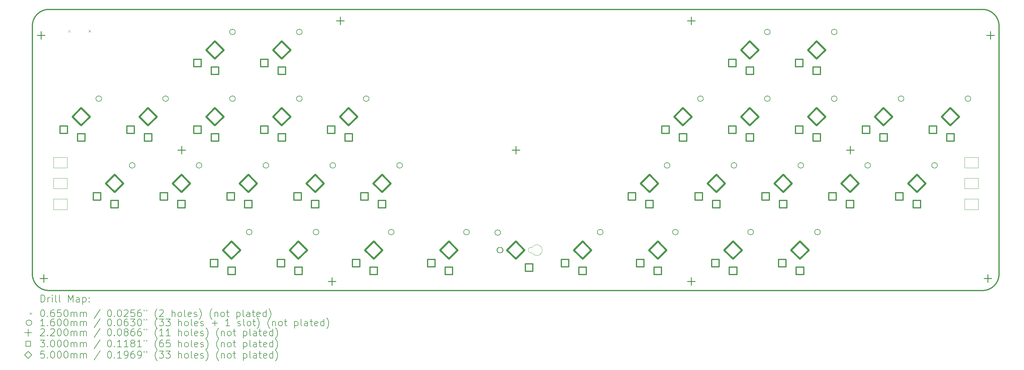
<source format=gbr>
%TF.GenerationSoftware,KiCad,Pcbnew,8.0.5*%
%TF.CreationDate,2024-09-18T06:09:14+09:00*%
%TF.ProjectId,SandyLP_Base,53616e64-794c-4505-9f42-6173652e6b69,v.0*%
%TF.SameCoordinates,Original*%
%TF.FileFunction,Drillmap*%
%TF.FilePolarity,Positive*%
%FSLAX45Y45*%
G04 Gerber Fmt 4.5, Leading zero omitted, Abs format (unit mm)*
G04 Created by KiCad (PCBNEW 8.0.5) date 2024-09-18 06:09:14*
%MOMM*%
%LPD*%
G01*
G04 APERTURE LIST*
%ADD10C,0.120000*%
%ADD11C,0.300000*%
%ADD12C,0.200000*%
%ADD13C,0.100000*%
%ADD14C,0.160000*%
%ADD15C,0.220000*%
%ADD16C,0.500000*%
G04 APERTURE END LIST*
D10*
X16352093Y-10240377D02*
X16387094Y-10240377D01*
X16352093Y-10400377D02*
X16387094Y-10400377D01*
X16352093Y-10400377D02*
G75*
G02*
X16352093Y-10240377I0J80000D01*
G01*
X16387094Y-10240377D02*
G75*
G02*
X16387094Y-10400377I130000J-80000D01*
G01*
D11*
X2140844Y-10999712D02*
X2140844Y-3920961D01*
X29212093Y-3444711D02*
X2617094Y-3444711D01*
X29212093Y-11475961D02*
X2617094Y-11475961D01*
X29688343Y-10999712D02*
X29688343Y-3920961D01*
X2140844Y-3920961D02*
G75*
G02*
X2617094Y-3444711I476250J0D01*
G01*
X2617094Y-11475961D02*
G75*
G02*
X2140844Y-10999712I0J476250D01*
G01*
X29212093Y-3444711D02*
G75*
G02*
X29688342Y-3920961I0J-476249D01*
G01*
X29688343Y-10999712D02*
G75*
G02*
X29212093Y-11475960I-476250J1D01*
G01*
D10*
X2744281Y-8860653D02*
X2744281Y-9160653D01*
X2744281Y-9160653D02*
X3134281Y-9160653D01*
X3134281Y-8860653D02*
X2744281Y-8860653D01*
X3134281Y-9160653D02*
X3134281Y-8860653D01*
X28699906Y-8860653D02*
X28699906Y-9160653D01*
X28699906Y-9160653D02*
X29089906Y-9160653D01*
X29089906Y-8860653D02*
X28699906Y-8860653D01*
X29089906Y-9160653D02*
X29089906Y-8860653D01*
X28699906Y-8265340D02*
X28699906Y-8565341D01*
X28699906Y-8565341D02*
X29089906Y-8565341D01*
X29089906Y-8265340D02*
X28699906Y-8265340D01*
X29089906Y-8565341D02*
X29089906Y-8265340D01*
X28699906Y-7670028D02*
X28699906Y-7970028D01*
X28699906Y-7970028D02*
X29089906Y-7970028D01*
X29089906Y-7670028D02*
X28699906Y-7670028D01*
X29089906Y-7970028D02*
X29089906Y-7670028D01*
X2744281Y-8265340D02*
X2744281Y-8565341D01*
X2744281Y-8565341D02*
X3134281Y-8565341D01*
X3134281Y-8265340D02*
X2744281Y-8265340D01*
X3134281Y-8565341D02*
X3134281Y-8265340D01*
X2744281Y-7670028D02*
X2744281Y-7970028D01*
X2744281Y-7970028D02*
X3134281Y-7970028D01*
X3134281Y-7670028D02*
X2744281Y-7670028D01*
X3134281Y-7970028D02*
X3134281Y-7670028D01*
D12*
D13*
X3163093Y-4032211D02*
X3228093Y-4097211D01*
X3228093Y-4032211D02*
X3163093Y-4097211D01*
X3741093Y-4032211D02*
X3806093Y-4097211D01*
X3806093Y-4032211D02*
X3741093Y-4097211D01*
D14*
X4114593Y-5995376D02*
G75*
G02*
X3954593Y-5995376I-80000J0D01*
G01*
X3954593Y-5995376D02*
G75*
G02*
X4114593Y-5995376I80000J0D01*
G01*
X5067094Y-7900364D02*
G75*
G02*
X4907094Y-7900364I-80000J0D01*
G01*
X4907094Y-7900364D02*
G75*
G02*
X5067094Y-7900364I80000J0D01*
G01*
X6019593Y-5995356D02*
G75*
G02*
X5859593Y-5995356I-80000J0D01*
G01*
X5859593Y-5995356D02*
G75*
G02*
X6019593Y-5995356I80000J0D01*
G01*
X6972093Y-7900364D02*
G75*
G02*
X6812093Y-7900364I-80000J0D01*
G01*
X6812093Y-7900364D02*
G75*
G02*
X6972093Y-7900364I80000J0D01*
G01*
X7924593Y-4090348D02*
G75*
G02*
X7764593Y-4090348I-80000J0D01*
G01*
X7764593Y-4090348D02*
G75*
G02*
X7924593Y-4090348I80000J0D01*
G01*
X7924593Y-5995356D02*
G75*
G02*
X7764593Y-5995356I-80000J0D01*
G01*
X7764593Y-5995356D02*
G75*
G02*
X7924593Y-5995356I80000J0D01*
G01*
X8400843Y-9805377D02*
G75*
G02*
X8240843Y-9805377I-80000J0D01*
G01*
X8240843Y-9805377D02*
G75*
G02*
X8400843Y-9805377I80000J0D01*
G01*
X8877094Y-7900364D02*
G75*
G02*
X8717094Y-7900364I-80000J0D01*
G01*
X8717094Y-7900364D02*
G75*
G02*
X8877094Y-7900364I80000J0D01*
G01*
X9829594Y-4090348D02*
G75*
G02*
X9669594Y-4090348I-80000J0D01*
G01*
X9669594Y-4090348D02*
G75*
G02*
X9829594Y-4090348I80000J0D01*
G01*
X9829594Y-5995356D02*
G75*
G02*
X9669594Y-5995356I-80000J0D01*
G01*
X9669594Y-5995356D02*
G75*
G02*
X9829594Y-5995356I80000J0D01*
G01*
X10305844Y-9805377D02*
G75*
G02*
X10145844Y-9805377I-80000J0D01*
G01*
X10145844Y-9805377D02*
G75*
G02*
X10305844Y-9805377I80000J0D01*
G01*
X10782094Y-7900364D02*
G75*
G02*
X10622094Y-7900364I-80000J0D01*
G01*
X10622094Y-7900364D02*
G75*
G02*
X10782094Y-7900364I80000J0D01*
G01*
X11734593Y-5995356D02*
G75*
G02*
X11574593Y-5995356I-80000J0D01*
G01*
X11574593Y-5995356D02*
G75*
G02*
X11734593Y-5995356I80000J0D01*
G01*
X12448968Y-9805341D02*
G75*
G02*
X12288968Y-9805341I-80000J0D01*
G01*
X12288968Y-9805341D02*
G75*
G02*
X12448968Y-9805341I80000J0D01*
G01*
X12687093Y-7900340D02*
G75*
G02*
X12527093Y-7900340I-80000J0D01*
G01*
X12527093Y-7900340D02*
G75*
G02*
X12687093Y-7900340I80000J0D01*
G01*
X14592137Y-9805377D02*
G75*
G02*
X14432137Y-9805377I-80000J0D01*
G01*
X14432137Y-9805377D02*
G75*
G02*
X14592137Y-9805377I80000J0D01*
G01*
X15482093Y-9820377D02*
G75*
G02*
X15322093Y-9820377I-80000J0D01*
G01*
X15322093Y-9820377D02*
G75*
G02*
X15482093Y-9820377I80000J0D01*
G01*
X15547093Y-10320377D02*
G75*
G02*
X15387093Y-10320377I-80000J0D01*
G01*
X15387093Y-10320377D02*
G75*
G02*
X15547093Y-10320377I80000J0D01*
G01*
D13*
X15452093Y-10400377D02*
X15482093Y-10400377D01*
X15482093Y-10240377D02*
G75*
G02*
X15482093Y-10400377I0J-80000D01*
G01*
X15482093Y-10240377D02*
X15452093Y-10240377D01*
X15452093Y-10240377D02*
G75*
G03*
X15452093Y-10400377I0J-80000D01*
G01*
D14*
X18402098Y-9805377D02*
G75*
G02*
X18242098Y-9805377I-80000J0D01*
G01*
X18242098Y-9805377D02*
G75*
G02*
X18402098Y-9805377I80000J0D01*
G01*
X20307154Y-7900364D02*
G75*
G02*
X20147154Y-7900364I-80000J0D01*
G01*
X20147154Y-7900364D02*
G75*
G02*
X20307154Y-7900364I80000J0D01*
G01*
X20545219Y-9805341D02*
G75*
G02*
X20385219Y-9805341I-80000J0D01*
G01*
X20385219Y-9805341D02*
G75*
G02*
X20545219Y-9805341I80000J0D01*
G01*
X21259658Y-5995356D02*
G75*
G02*
X21099658Y-5995356I-80000J0D01*
G01*
X21099658Y-5995356D02*
G75*
G02*
X21259658Y-5995356I80000J0D01*
G01*
X22212162Y-7900364D02*
G75*
G02*
X22052162Y-7900364I-80000J0D01*
G01*
X22052162Y-7900364D02*
G75*
G02*
X22212162Y-7900364I80000J0D01*
G01*
X22688343Y-9805377D02*
G75*
G02*
X22528343Y-9805377I-80000J0D01*
G01*
X22528343Y-9805377D02*
G75*
G02*
X22688343Y-9805377I80000J0D01*
G01*
X23164665Y-4090352D02*
G75*
G02*
X23004665Y-4090352I-80000J0D01*
G01*
X23004665Y-4090352D02*
G75*
G02*
X23164665Y-4090352I80000J0D01*
G01*
X23164665Y-5995360D02*
G75*
G02*
X23004665Y-5995360I-80000J0D01*
G01*
X23004665Y-5995360D02*
G75*
G02*
X23164665Y-5995360I80000J0D01*
G01*
X24117169Y-7900368D02*
G75*
G02*
X23957169Y-7900368I-80000J0D01*
G01*
X23957169Y-7900368D02*
G75*
G02*
X24117169Y-7900368I80000J0D01*
G01*
X24593343Y-9805341D02*
G75*
G02*
X24433343Y-9805341I-80000J0D01*
G01*
X24433343Y-9805341D02*
G75*
G02*
X24593343Y-9805341I80000J0D01*
G01*
X25069673Y-4090352D02*
G75*
G02*
X24909673Y-4090352I-80000J0D01*
G01*
X24909673Y-4090352D02*
G75*
G02*
X25069673Y-4090352I80000J0D01*
G01*
X25069673Y-5995360D02*
G75*
G02*
X24909673Y-5995360I-80000J0D01*
G01*
X24909673Y-5995360D02*
G75*
G02*
X25069673Y-5995360I80000J0D01*
G01*
X26022177Y-7900368D02*
G75*
G02*
X25862177Y-7900368I-80000J0D01*
G01*
X25862177Y-7900368D02*
G75*
G02*
X26022177Y-7900368I80000J0D01*
G01*
X26974597Y-5995376D02*
G75*
G02*
X26814597Y-5995376I-80000J0D01*
G01*
X26814597Y-5995376D02*
G75*
G02*
X26974597Y-5995376I80000J0D01*
G01*
X27927201Y-7900368D02*
G75*
G02*
X27767201Y-7900368I-80000J0D01*
G01*
X27767201Y-7900368D02*
G75*
G02*
X27927201Y-7900368I80000J0D01*
G01*
X28879593Y-5995360D02*
G75*
G02*
X28719593Y-5995360I-80000J0D01*
G01*
X28719593Y-5995360D02*
G75*
G02*
X28879593Y-5995360I80000J0D01*
G01*
D15*
X2389594Y-4074090D02*
X2389594Y-4294091D01*
X2279594Y-4184090D02*
X2499594Y-4184090D01*
X2469594Y-11018778D02*
X2469594Y-11238778D01*
X2359594Y-11128778D02*
X2579594Y-11128778D01*
X6392093Y-7352840D02*
X6392093Y-7572840D01*
X6282093Y-7462840D02*
X6502093Y-7462840D01*
X10678344Y-11098778D02*
X10678344Y-11318778D01*
X10568344Y-11208778D02*
X10788344Y-11208778D01*
X10916469Y-3661903D02*
X10916469Y-3881903D01*
X10806469Y-3771903D02*
X11026469Y-3771903D01*
X15917093Y-7352840D02*
X15917093Y-7572840D01*
X15807093Y-7462840D02*
X16027093Y-7462840D01*
X20917719Y-3661903D02*
X20917719Y-3881903D01*
X20807719Y-3771903D02*
X21027719Y-3771903D01*
X20917719Y-11098778D02*
X20917719Y-11318778D01*
X20807719Y-11208778D02*
X21027719Y-11208778D01*
X25442093Y-7352840D02*
X25442093Y-7572840D01*
X25332093Y-7462840D02*
X25552093Y-7462840D01*
X29364593Y-11018778D02*
X29364593Y-11238778D01*
X29254593Y-11128778D02*
X29474593Y-11128778D01*
X29444593Y-4074090D02*
X29444593Y-4294091D01*
X29334593Y-4184090D02*
X29554593Y-4184090D01*
D11*
X3140660Y-6991443D02*
X3140660Y-6779309D01*
X2928526Y-6779309D01*
X2928526Y-6991443D01*
X3140660Y-6991443D01*
X3640660Y-7211443D02*
X3640660Y-6999309D01*
X3428526Y-6999309D01*
X3428526Y-7211443D01*
X3640660Y-7211443D01*
X4093160Y-8896432D02*
X4093160Y-8684298D01*
X3881026Y-8684298D01*
X3881026Y-8896432D01*
X4093160Y-8896432D01*
X4593161Y-9116432D02*
X4593161Y-8904298D01*
X4381027Y-8904298D01*
X4381027Y-9116432D01*
X4593161Y-9116432D01*
X5045661Y-6991423D02*
X5045661Y-6779289D01*
X4833527Y-6779289D01*
X4833527Y-6991423D01*
X5045661Y-6991423D01*
X5545661Y-7211423D02*
X5545661Y-6999289D01*
X5333527Y-6999289D01*
X5333527Y-7211423D01*
X5545661Y-7211423D01*
X5998160Y-8896432D02*
X5998160Y-8684298D01*
X5786026Y-8684298D01*
X5786026Y-8896432D01*
X5998160Y-8896432D01*
X6498160Y-9116432D02*
X6498160Y-8904298D01*
X6286026Y-8904298D01*
X6286026Y-9116432D01*
X6498160Y-9116432D01*
X6950660Y-5086416D02*
X6950660Y-4874282D01*
X6738526Y-4874282D01*
X6738526Y-5086416D01*
X6950660Y-5086416D01*
X6950660Y-6991423D02*
X6950660Y-6779289D01*
X6738526Y-6779289D01*
X6738526Y-6991423D01*
X6950660Y-6991423D01*
X7426910Y-10801444D02*
X7426910Y-10589310D01*
X7214776Y-10589310D01*
X7214776Y-10801444D01*
X7426910Y-10801444D01*
X7450660Y-5306416D02*
X7450660Y-5094282D01*
X7238526Y-5094282D01*
X7238526Y-5306416D01*
X7450660Y-5306416D01*
X7450660Y-7211423D02*
X7450660Y-6999289D01*
X7238526Y-6999289D01*
X7238526Y-7211423D01*
X7450660Y-7211423D01*
X7903160Y-8896432D02*
X7903160Y-8684298D01*
X7691026Y-8684298D01*
X7691026Y-8896432D01*
X7903160Y-8896432D01*
X7926910Y-11021444D02*
X7926910Y-10809310D01*
X7714776Y-10809310D01*
X7714776Y-11021444D01*
X7926910Y-11021444D01*
X8403161Y-9116432D02*
X8403161Y-8904298D01*
X8191026Y-8904298D01*
X8191026Y-9116432D01*
X8403161Y-9116432D01*
X8855661Y-5086416D02*
X8855661Y-4874282D01*
X8643527Y-4874282D01*
X8643527Y-5086416D01*
X8855661Y-5086416D01*
X8855661Y-6991423D02*
X8855661Y-6779289D01*
X8643527Y-6779289D01*
X8643527Y-6991423D01*
X8855661Y-6991423D01*
X9331911Y-10801444D02*
X9331911Y-10589310D01*
X9119777Y-10589310D01*
X9119777Y-10801444D01*
X9331911Y-10801444D01*
X9355661Y-5306416D02*
X9355661Y-5094282D01*
X9143527Y-5094282D01*
X9143527Y-5306416D01*
X9355661Y-5306416D01*
X9355661Y-7211423D02*
X9355661Y-6999289D01*
X9143527Y-6999289D01*
X9143527Y-7211423D01*
X9355661Y-7211423D01*
X9808161Y-8896432D02*
X9808161Y-8684298D01*
X9596027Y-8684298D01*
X9596027Y-8896432D01*
X9808161Y-8896432D01*
X9831911Y-11021444D02*
X9831911Y-10809310D01*
X9619777Y-10809310D01*
X9619777Y-11021444D01*
X9831911Y-11021444D01*
X10308161Y-9116432D02*
X10308161Y-8904298D01*
X10096027Y-8904298D01*
X10096027Y-9116432D01*
X10308161Y-9116432D01*
X10760661Y-6991423D02*
X10760661Y-6779289D01*
X10548527Y-6779289D01*
X10548527Y-6991423D01*
X10760661Y-6991423D01*
X11260660Y-7211423D02*
X11260660Y-6999289D01*
X11048527Y-6999289D01*
X11048527Y-7211423D01*
X11260660Y-7211423D01*
X11475035Y-10801408D02*
X11475035Y-10589274D01*
X11262901Y-10589274D01*
X11262901Y-10801408D01*
X11475035Y-10801408D01*
X11713160Y-8896408D02*
X11713160Y-8684274D01*
X11501026Y-8684274D01*
X11501026Y-8896408D01*
X11713160Y-8896408D01*
X11975035Y-11021408D02*
X11975035Y-10809274D01*
X11762901Y-10809274D01*
X11762901Y-11021408D01*
X11975035Y-11021408D01*
X12213160Y-9116408D02*
X12213160Y-8904274D01*
X12001026Y-8904274D01*
X12001026Y-9116408D01*
X12213160Y-9116408D01*
X13618204Y-10801444D02*
X13618204Y-10589310D01*
X13406070Y-10589310D01*
X13406070Y-10801444D01*
X13618204Y-10801444D01*
X14118204Y-11021444D02*
X14118204Y-10809310D01*
X13906070Y-10809310D01*
X13906070Y-11021444D01*
X14118204Y-11021444D01*
X16398160Y-10926444D02*
X16398160Y-10714310D01*
X16186026Y-10714310D01*
X16186026Y-10926444D01*
X16398160Y-10926444D01*
X17428165Y-10801444D02*
X17428165Y-10589310D01*
X17216031Y-10589310D01*
X17216031Y-10801444D01*
X17428165Y-10801444D01*
X17928165Y-11021444D02*
X17928165Y-10809310D01*
X17716031Y-10809310D01*
X17716031Y-11021444D01*
X17928165Y-11021444D01*
X19333221Y-8896432D02*
X19333221Y-8684298D01*
X19121087Y-8684298D01*
X19121087Y-8896432D01*
X19333221Y-8896432D01*
X19571286Y-10801408D02*
X19571286Y-10589274D01*
X19359152Y-10589274D01*
X19359152Y-10801408D01*
X19571286Y-10801408D01*
X19833221Y-9116432D02*
X19833221Y-8904298D01*
X19621087Y-8904298D01*
X19621087Y-9116432D01*
X19833221Y-9116432D01*
X20071286Y-11021408D02*
X20071286Y-10809274D01*
X19859152Y-10809274D01*
X19859152Y-11021408D01*
X20071286Y-11021408D01*
X20285725Y-6991423D02*
X20285725Y-6779289D01*
X20073591Y-6779289D01*
X20073591Y-6991423D01*
X20285725Y-6991423D01*
X20785725Y-7211423D02*
X20785725Y-6999289D01*
X20573591Y-6999289D01*
X20573591Y-7211423D01*
X20785725Y-7211423D01*
X21238229Y-8896432D02*
X21238229Y-8684298D01*
X21026095Y-8684298D01*
X21026095Y-8896432D01*
X21238229Y-8896432D01*
X21714411Y-10801444D02*
X21714411Y-10589310D01*
X21502277Y-10589310D01*
X21502277Y-10801444D01*
X21714411Y-10801444D01*
X21738229Y-9116432D02*
X21738229Y-8904298D01*
X21526095Y-8904298D01*
X21526095Y-9116432D01*
X21738229Y-9116432D01*
X22190733Y-5086420D02*
X22190733Y-4874286D01*
X21978599Y-4874286D01*
X21978599Y-5086420D01*
X22190733Y-5086420D01*
X22190733Y-6991427D02*
X22190733Y-6779293D01*
X21978599Y-6779293D01*
X21978599Y-6991427D01*
X22190733Y-6991427D01*
X22214411Y-11021444D02*
X22214411Y-10809310D01*
X22002277Y-10809310D01*
X22002277Y-11021444D01*
X22214411Y-11021444D01*
X22690732Y-5306420D02*
X22690732Y-5094286D01*
X22478598Y-5094286D01*
X22478598Y-5306420D01*
X22690732Y-5306420D01*
X22690732Y-7211427D02*
X22690732Y-6999293D01*
X22478598Y-6999293D01*
X22478598Y-7211427D01*
X22690732Y-7211427D01*
X23143236Y-8896436D02*
X23143236Y-8684302D01*
X22931102Y-8684302D01*
X22931102Y-8896436D01*
X23143236Y-8896436D01*
X23619410Y-10801408D02*
X23619410Y-10589274D01*
X23407276Y-10589274D01*
X23407276Y-10801408D01*
X23619410Y-10801408D01*
X23643236Y-9116436D02*
X23643236Y-8904302D01*
X23431102Y-8904302D01*
X23431102Y-9116436D01*
X23643236Y-9116436D01*
X24095740Y-5086420D02*
X24095740Y-4874286D01*
X23883606Y-4874286D01*
X23883606Y-5086420D01*
X24095740Y-5086420D01*
X24095740Y-6991427D02*
X24095740Y-6779293D01*
X23883606Y-6779293D01*
X23883606Y-6991427D01*
X24095740Y-6991427D01*
X24119410Y-11021408D02*
X24119410Y-10809274D01*
X23907276Y-10809274D01*
X23907276Y-11021408D01*
X24119410Y-11021408D01*
X24595740Y-5306420D02*
X24595740Y-5094286D01*
X24383606Y-5094286D01*
X24383606Y-5306420D01*
X24595740Y-5306420D01*
X24595740Y-7211427D02*
X24595740Y-6999293D01*
X24383606Y-6999293D01*
X24383606Y-7211427D01*
X24595740Y-7211427D01*
X25048244Y-8896436D02*
X25048244Y-8684302D01*
X24836110Y-8684302D01*
X24836110Y-8896436D01*
X25048244Y-8896436D01*
X25548244Y-9116436D02*
X25548244Y-8904302D01*
X25336110Y-8904302D01*
X25336110Y-9116436D01*
X25548244Y-9116436D01*
X26000664Y-6991443D02*
X26000664Y-6779309D01*
X25788530Y-6779309D01*
X25788530Y-6991443D01*
X26000664Y-6991443D01*
X26500664Y-7211443D02*
X26500664Y-6999309D01*
X26288530Y-6999309D01*
X26288530Y-7211443D01*
X26500664Y-7211443D01*
X26953268Y-8896436D02*
X26953268Y-8684302D01*
X26741134Y-8684302D01*
X26741134Y-8896436D01*
X26953268Y-8896436D01*
X27453268Y-9116436D02*
X27453268Y-8904302D01*
X27241134Y-8904302D01*
X27241134Y-9116436D01*
X27453268Y-9116436D01*
X27905660Y-6991427D02*
X27905660Y-6779293D01*
X27693526Y-6779293D01*
X27693526Y-6991427D01*
X27905660Y-6991427D01*
X28405660Y-7211427D02*
X28405660Y-6999293D01*
X28193526Y-6999293D01*
X28193526Y-7211427D01*
X28405660Y-7211427D01*
D16*
X3534593Y-6760376D02*
X3784593Y-6510376D01*
X3534593Y-6260376D01*
X3284593Y-6510376D01*
X3534593Y-6760376D01*
X4487094Y-8665365D02*
X4737094Y-8415365D01*
X4487094Y-8165364D01*
X4237094Y-8415365D01*
X4487094Y-8665365D01*
X5439594Y-6760356D02*
X5689593Y-6510356D01*
X5439594Y-6260356D01*
X5189594Y-6510356D01*
X5439594Y-6760356D01*
X6392093Y-8665365D02*
X6642093Y-8415365D01*
X6392093Y-8165364D01*
X6142093Y-8415365D01*
X6392093Y-8665365D01*
X7344593Y-4855349D02*
X7594593Y-4605349D01*
X7344593Y-4355349D01*
X7094593Y-4605349D01*
X7344593Y-4855349D01*
X7344593Y-6760356D02*
X7594593Y-6510356D01*
X7344593Y-6260356D01*
X7094593Y-6510356D01*
X7344593Y-6760356D01*
X7820843Y-10570377D02*
X8070843Y-10320377D01*
X7820843Y-10070377D01*
X7570843Y-10320377D01*
X7820843Y-10570377D01*
X8297093Y-8665365D02*
X8547094Y-8415365D01*
X8297093Y-8165364D01*
X8047093Y-8415365D01*
X8297093Y-8665365D01*
X9249594Y-4855349D02*
X9499594Y-4605349D01*
X9249594Y-4355349D01*
X8999594Y-4605349D01*
X9249594Y-4855349D01*
X9249594Y-6760356D02*
X9499594Y-6510356D01*
X9249594Y-6260356D01*
X8999594Y-6510356D01*
X9249594Y-6760356D01*
X9725844Y-10570377D02*
X9975844Y-10320377D01*
X9725844Y-10070377D01*
X9475844Y-10320377D01*
X9725844Y-10570377D01*
X10202094Y-8665365D02*
X10452094Y-8415365D01*
X10202094Y-8165364D01*
X9952094Y-8415365D01*
X10202094Y-8665365D01*
X11154594Y-6760356D02*
X11404593Y-6510356D01*
X11154594Y-6260356D01*
X10904594Y-6510356D01*
X11154594Y-6760356D01*
X11868968Y-10570341D02*
X12118968Y-10320341D01*
X11868968Y-10070341D01*
X11618968Y-10320341D01*
X11868968Y-10570341D01*
X12107093Y-8665341D02*
X12357093Y-8415341D01*
X12107093Y-8165340D01*
X11857093Y-8415341D01*
X12107093Y-8665341D01*
X14012137Y-10570377D02*
X14262137Y-10320377D01*
X14012137Y-10070377D01*
X13762137Y-10320377D01*
X14012137Y-10570377D01*
X15917093Y-10570377D02*
X16167093Y-10320377D01*
X15917093Y-10070377D01*
X15667093Y-10320377D01*
X15917093Y-10570377D01*
X17822098Y-10570377D02*
X18072098Y-10320377D01*
X17822098Y-10070377D01*
X17572098Y-10320377D01*
X17822098Y-10570377D01*
X19727154Y-8665365D02*
X19977154Y-8415365D01*
X19727154Y-8165364D01*
X19477154Y-8415365D01*
X19727154Y-8665365D01*
X19965219Y-10570341D02*
X20215219Y-10320341D01*
X19965219Y-10070341D01*
X19715219Y-10320341D01*
X19965219Y-10570341D01*
X20679658Y-6760356D02*
X20929658Y-6510356D01*
X20679658Y-6260356D01*
X20429658Y-6510356D01*
X20679658Y-6760356D01*
X21632162Y-8665365D02*
X21882162Y-8415365D01*
X21632162Y-8165364D01*
X21382162Y-8415365D01*
X21632162Y-8665365D01*
X22108344Y-10570377D02*
X22358344Y-10320377D01*
X22108344Y-10070377D01*
X21858344Y-10320377D01*
X22108344Y-10570377D01*
X22584665Y-4855353D02*
X22834665Y-4605353D01*
X22584665Y-4355353D01*
X22334666Y-4605353D01*
X22584665Y-4855353D01*
X22584665Y-6760360D02*
X22834665Y-6510360D01*
X22584665Y-6260360D01*
X22334666Y-6510360D01*
X22584665Y-6760360D01*
X23537169Y-8665369D02*
X23787169Y-8415369D01*
X23537169Y-8165368D01*
X23287169Y-8415369D01*
X23537169Y-8665369D01*
X24013343Y-10570341D02*
X24263343Y-10320341D01*
X24013343Y-10070341D01*
X23763343Y-10320341D01*
X24013343Y-10570341D01*
X24489673Y-4855353D02*
X24739673Y-4605353D01*
X24489673Y-4355353D01*
X24239673Y-4605353D01*
X24489673Y-4855353D01*
X24489673Y-6760360D02*
X24739673Y-6510360D01*
X24489673Y-6260360D01*
X24239673Y-6510360D01*
X24489673Y-6760360D01*
X25442177Y-8665369D02*
X25692177Y-8415369D01*
X25442177Y-8165368D01*
X25192177Y-8415369D01*
X25442177Y-8665369D01*
X26394597Y-6760376D02*
X26644597Y-6510376D01*
X26394597Y-6260376D01*
X26144597Y-6510376D01*
X26394597Y-6760376D01*
X27347201Y-8665369D02*
X27597201Y-8415369D01*
X27347201Y-8165368D01*
X27097201Y-8415369D01*
X27347201Y-8665369D01*
X28299593Y-6760360D02*
X28549593Y-6510360D01*
X28299593Y-6260360D01*
X28049593Y-6510360D01*
X28299593Y-6760360D01*
D12*
X2386620Y-11802445D02*
X2386620Y-11602445D01*
X2386620Y-11602445D02*
X2434239Y-11602445D01*
X2434239Y-11602445D02*
X2462811Y-11611969D01*
X2462811Y-11611969D02*
X2481858Y-11631017D01*
X2481858Y-11631017D02*
X2491382Y-11650064D01*
X2491382Y-11650064D02*
X2500906Y-11688159D01*
X2500906Y-11688159D02*
X2500906Y-11716731D01*
X2500906Y-11716731D02*
X2491382Y-11754826D01*
X2491382Y-11754826D02*
X2481858Y-11773874D01*
X2481858Y-11773874D02*
X2462811Y-11792921D01*
X2462811Y-11792921D02*
X2434239Y-11802445D01*
X2434239Y-11802445D02*
X2386620Y-11802445D01*
X2586620Y-11802445D02*
X2586620Y-11669112D01*
X2586620Y-11707207D02*
X2596144Y-11688159D01*
X2596144Y-11688159D02*
X2605668Y-11678636D01*
X2605668Y-11678636D02*
X2624716Y-11669112D01*
X2624716Y-11669112D02*
X2643763Y-11669112D01*
X2710430Y-11802445D02*
X2710430Y-11669112D01*
X2710430Y-11602445D02*
X2700906Y-11611969D01*
X2700906Y-11611969D02*
X2710430Y-11621493D01*
X2710430Y-11621493D02*
X2719954Y-11611969D01*
X2719954Y-11611969D02*
X2710430Y-11602445D01*
X2710430Y-11602445D02*
X2710430Y-11621493D01*
X2834239Y-11802445D02*
X2815192Y-11792921D01*
X2815192Y-11792921D02*
X2805668Y-11773874D01*
X2805668Y-11773874D02*
X2805668Y-11602445D01*
X2939001Y-11802445D02*
X2919954Y-11792921D01*
X2919954Y-11792921D02*
X2910430Y-11773874D01*
X2910430Y-11773874D02*
X2910430Y-11602445D01*
X3167573Y-11802445D02*
X3167573Y-11602445D01*
X3167573Y-11602445D02*
X3234239Y-11745302D01*
X3234239Y-11745302D02*
X3300906Y-11602445D01*
X3300906Y-11602445D02*
X3300906Y-11802445D01*
X3481858Y-11802445D02*
X3481858Y-11697683D01*
X3481858Y-11697683D02*
X3472335Y-11678636D01*
X3472335Y-11678636D02*
X3453287Y-11669112D01*
X3453287Y-11669112D02*
X3415192Y-11669112D01*
X3415192Y-11669112D02*
X3396144Y-11678636D01*
X3481858Y-11792921D02*
X3462811Y-11802445D01*
X3462811Y-11802445D02*
X3415192Y-11802445D01*
X3415192Y-11802445D02*
X3396144Y-11792921D01*
X3396144Y-11792921D02*
X3386620Y-11773874D01*
X3386620Y-11773874D02*
X3386620Y-11754826D01*
X3386620Y-11754826D02*
X3396144Y-11735779D01*
X3396144Y-11735779D02*
X3415192Y-11726255D01*
X3415192Y-11726255D02*
X3462811Y-11726255D01*
X3462811Y-11726255D02*
X3481858Y-11716731D01*
X3577096Y-11669112D02*
X3577096Y-11869112D01*
X3577096Y-11678636D02*
X3596144Y-11669112D01*
X3596144Y-11669112D02*
X3634239Y-11669112D01*
X3634239Y-11669112D02*
X3653287Y-11678636D01*
X3653287Y-11678636D02*
X3662811Y-11688159D01*
X3662811Y-11688159D02*
X3672335Y-11707207D01*
X3672335Y-11707207D02*
X3672335Y-11764350D01*
X3672335Y-11764350D02*
X3662811Y-11783398D01*
X3662811Y-11783398D02*
X3653287Y-11792921D01*
X3653287Y-11792921D02*
X3634239Y-11802445D01*
X3634239Y-11802445D02*
X3596144Y-11802445D01*
X3596144Y-11802445D02*
X3577096Y-11792921D01*
X3758049Y-11783398D02*
X3767573Y-11792921D01*
X3767573Y-11792921D02*
X3758049Y-11802445D01*
X3758049Y-11802445D02*
X3748525Y-11792921D01*
X3748525Y-11792921D02*
X3758049Y-11783398D01*
X3758049Y-11783398D02*
X3758049Y-11802445D01*
X3758049Y-11678636D02*
X3767573Y-11688159D01*
X3767573Y-11688159D02*
X3758049Y-11697683D01*
X3758049Y-11697683D02*
X3748525Y-11688159D01*
X3748525Y-11688159D02*
X3758049Y-11678636D01*
X3758049Y-11678636D02*
X3758049Y-11697683D01*
D13*
X2060843Y-12098461D02*
X2125844Y-12163461D01*
X2125844Y-12098461D02*
X2060843Y-12163461D01*
D12*
X2424716Y-12022445D02*
X2443763Y-12022445D01*
X2443763Y-12022445D02*
X2462811Y-12031969D01*
X2462811Y-12031969D02*
X2472335Y-12041493D01*
X2472335Y-12041493D02*
X2481858Y-12060540D01*
X2481858Y-12060540D02*
X2491382Y-12098636D01*
X2491382Y-12098636D02*
X2491382Y-12146255D01*
X2491382Y-12146255D02*
X2481858Y-12184350D01*
X2481858Y-12184350D02*
X2472335Y-12203398D01*
X2472335Y-12203398D02*
X2462811Y-12212921D01*
X2462811Y-12212921D02*
X2443763Y-12222445D01*
X2443763Y-12222445D02*
X2424716Y-12222445D01*
X2424716Y-12222445D02*
X2405668Y-12212921D01*
X2405668Y-12212921D02*
X2396144Y-12203398D01*
X2396144Y-12203398D02*
X2386620Y-12184350D01*
X2386620Y-12184350D02*
X2377097Y-12146255D01*
X2377097Y-12146255D02*
X2377097Y-12098636D01*
X2377097Y-12098636D02*
X2386620Y-12060540D01*
X2386620Y-12060540D02*
X2396144Y-12041493D01*
X2396144Y-12041493D02*
X2405668Y-12031969D01*
X2405668Y-12031969D02*
X2424716Y-12022445D01*
X2577097Y-12203398D02*
X2586620Y-12212921D01*
X2586620Y-12212921D02*
X2577097Y-12222445D01*
X2577097Y-12222445D02*
X2567573Y-12212921D01*
X2567573Y-12212921D02*
X2577097Y-12203398D01*
X2577097Y-12203398D02*
X2577097Y-12222445D01*
X2758049Y-12022445D02*
X2719954Y-12022445D01*
X2719954Y-12022445D02*
X2700906Y-12031969D01*
X2700906Y-12031969D02*
X2691382Y-12041493D01*
X2691382Y-12041493D02*
X2672335Y-12070064D01*
X2672335Y-12070064D02*
X2662811Y-12108159D01*
X2662811Y-12108159D02*
X2662811Y-12184350D01*
X2662811Y-12184350D02*
X2672335Y-12203398D01*
X2672335Y-12203398D02*
X2681858Y-12212921D01*
X2681858Y-12212921D02*
X2700906Y-12222445D01*
X2700906Y-12222445D02*
X2739001Y-12222445D01*
X2739001Y-12222445D02*
X2758049Y-12212921D01*
X2758049Y-12212921D02*
X2767573Y-12203398D01*
X2767573Y-12203398D02*
X2777097Y-12184350D01*
X2777097Y-12184350D02*
X2777097Y-12136731D01*
X2777097Y-12136731D02*
X2767573Y-12117683D01*
X2767573Y-12117683D02*
X2758049Y-12108159D01*
X2758049Y-12108159D02*
X2739001Y-12098636D01*
X2739001Y-12098636D02*
X2700906Y-12098636D01*
X2700906Y-12098636D02*
X2681858Y-12108159D01*
X2681858Y-12108159D02*
X2672335Y-12117683D01*
X2672335Y-12117683D02*
X2662811Y-12136731D01*
X2958049Y-12022445D02*
X2862811Y-12022445D01*
X2862811Y-12022445D02*
X2853287Y-12117683D01*
X2853287Y-12117683D02*
X2862811Y-12108159D01*
X2862811Y-12108159D02*
X2881858Y-12098636D01*
X2881858Y-12098636D02*
X2929477Y-12098636D01*
X2929477Y-12098636D02*
X2948525Y-12108159D01*
X2948525Y-12108159D02*
X2958049Y-12117683D01*
X2958049Y-12117683D02*
X2967573Y-12136731D01*
X2967573Y-12136731D02*
X2967573Y-12184350D01*
X2967573Y-12184350D02*
X2958049Y-12203398D01*
X2958049Y-12203398D02*
X2948525Y-12212921D01*
X2948525Y-12212921D02*
X2929477Y-12222445D01*
X2929477Y-12222445D02*
X2881858Y-12222445D01*
X2881858Y-12222445D02*
X2862811Y-12212921D01*
X2862811Y-12212921D02*
X2853287Y-12203398D01*
X3091382Y-12022445D02*
X3110430Y-12022445D01*
X3110430Y-12022445D02*
X3129477Y-12031969D01*
X3129477Y-12031969D02*
X3139001Y-12041493D01*
X3139001Y-12041493D02*
X3148525Y-12060540D01*
X3148525Y-12060540D02*
X3158049Y-12098636D01*
X3158049Y-12098636D02*
X3158049Y-12146255D01*
X3158049Y-12146255D02*
X3148525Y-12184350D01*
X3148525Y-12184350D02*
X3139001Y-12203398D01*
X3139001Y-12203398D02*
X3129477Y-12212921D01*
X3129477Y-12212921D02*
X3110430Y-12222445D01*
X3110430Y-12222445D02*
X3091382Y-12222445D01*
X3091382Y-12222445D02*
X3072335Y-12212921D01*
X3072335Y-12212921D02*
X3062811Y-12203398D01*
X3062811Y-12203398D02*
X3053287Y-12184350D01*
X3053287Y-12184350D02*
X3043763Y-12146255D01*
X3043763Y-12146255D02*
X3043763Y-12098636D01*
X3043763Y-12098636D02*
X3053287Y-12060540D01*
X3053287Y-12060540D02*
X3062811Y-12041493D01*
X3062811Y-12041493D02*
X3072335Y-12031969D01*
X3072335Y-12031969D02*
X3091382Y-12022445D01*
X3243763Y-12222445D02*
X3243763Y-12089112D01*
X3243763Y-12108159D02*
X3253287Y-12098636D01*
X3253287Y-12098636D02*
X3272335Y-12089112D01*
X3272335Y-12089112D02*
X3300906Y-12089112D01*
X3300906Y-12089112D02*
X3319954Y-12098636D01*
X3319954Y-12098636D02*
X3329477Y-12117683D01*
X3329477Y-12117683D02*
X3329477Y-12222445D01*
X3329477Y-12117683D02*
X3339001Y-12098636D01*
X3339001Y-12098636D02*
X3358049Y-12089112D01*
X3358049Y-12089112D02*
X3386620Y-12089112D01*
X3386620Y-12089112D02*
X3405668Y-12098636D01*
X3405668Y-12098636D02*
X3415192Y-12117683D01*
X3415192Y-12117683D02*
X3415192Y-12222445D01*
X3510430Y-12222445D02*
X3510430Y-12089112D01*
X3510430Y-12108159D02*
X3519954Y-12098636D01*
X3519954Y-12098636D02*
X3539001Y-12089112D01*
X3539001Y-12089112D02*
X3567573Y-12089112D01*
X3567573Y-12089112D02*
X3586620Y-12098636D01*
X3586620Y-12098636D02*
X3596144Y-12117683D01*
X3596144Y-12117683D02*
X3596144Y-12222445D01*
X3596144Y-12117683D02*
X3605668Y-12098636D01*
X3605668Y-12098636D02*
X3624716Y-12089112D01*
X3624716Y-12089112D02*
X3653287Y-12089112D01*
X3653287Y-12089112D02*
X3672335Y-12098636D01*
X3672335Y-12098636D02*
X3681858Y-12117683D01*
X3681858Y-12117683D02*
X3681858Y-12222445D01*
X4072335Y-12012921D02*
X3900906Y-12270064D01*
X4329478Y-12022445D02*
X4348525Y-12022445D01*
X4348525Y-12022445D02*
X4367573Y-12031969D01*
X4367573Y-12031969D02*
X4377097Y-12041493D01*
X4377097Y-12041493D02*
X4386621Y-12060540D01*
X4386621Y-12060540D02*
X4396144Y-12098636D01*
X4396144Y-12098636D02*
X4396144Y-12146255D01*
X4396144Y-12146255D02*
X4386621Y-12184350D01*
X4386621Y-12184350D02*
X4377097Y-12203398D01*
X4377097Y-12203398D02*
X4367573Y-12212921D01*
X4367573Y-12212921D02*
X4348525Y-12222445D01*
X4348525Y-12222445D02*
X4329478Y-12222445D01*
X4329478Y-12222445D02*
X4310430Y-12212921D01*
X4310430Y-12212921D02*
X4300906Y-12203398D01*
X4300906Y-12203398D02*
X4291382Y-12184350D01*
X4291382Y-12184350D02*
X4281859Y-12146255D01*
X4281859Y-12146255D02*
X4281859Y-12098636D01*
X4281859Y-12098636D02*
X4291382Y-12060540D01*
X4291382Y-12060540D02*
X4300906Y-12041493D01*
X4300906Y-12041493D02*
X4310430Y-12031969D01*
X4310430Y-12031969D02*
X4329478Y-12022445D01*
X4481859Y-12203398D02*
X4491382Y-12212921D01*
X4491382Y-12212921D02*
X4481859Y-12222445D01*
X4481859Y-12222445D02*
X4472335Y-12212921D01*
X4472335Y-12212921D02*
X4481859Y-12203398D01*
X4481859Y-12203398D02*
X4481859Y-12222445D01*
X4615192Y-12022445D02*
X4634240Y-12022445D01*
X4634240Y-12022445D02*
X4653287Y-12031969D01*
X4653287Y-12031969D02*
X4662811Y-12041493D01*
X4662811Y-12041493D02*
X4672335Y-12060540D01*
X4672335Y-12060540D02*
X4681859Y-12098636D01*
X4681859Y-12098636D02*
X4681859Y-12146255D01*
X4681859Y-12146255D02*
X4672335Y-12184350D01*
X4672335Y-12184350D02*
X4662811Y-12203398D01*
X4662811Y-12203398D02*
X4653287Y-12212921D01*
X4653287Y-12212921D02*
X4634240Y-12222445D01*
X4634240Y-12222445D02*
X4615192Y-12222445D01*
X4615192Y-12222445D02*
X4596144Y-12212921D01*
X4596144Y-12212921D02*
X4586621Y-12203398D01*
X4586621Y-12203398D02*
X4577097Y-12184350D01*
X4577097Y-12184350D02*
X4567573Y-12146255D01*
X4567573Y-12146255D02*
X4567573Y-12098636D01*
X4567573Y-12098636D02*
X4577097Y-12060540D01*
X4577097Y-12060540D02*
X4586621Y-12041493D01*
X4586621Y-12041493D02*
X4596144Y-12031969D01*
X4596144Y-12031969D02*
X4615192Y-12022445D01*
X4758049Y-12041493D02*
X4767573Y-12031969D01*
X4767573Y-12031969D02*
X4786621Y-12022445D01*
X4786621Y-12022445D02*
X4834240Y-12022445D01*
X4834240Y-12022445D02*
X4853287Y-12031969D01*
X4853287Y-12031969D02*
X4862811Y-12041493D01*
X4862811Y-12041493D02*
X4872335Y-12060540D01*
X4872335Y-12060540D02*
X4872335Y-12079588D01*
X4872335Y-12079588D02*
X4862811Y-12108159D01*
X4862811Y-12108159D02*
X4748525Y-12222445D01*
X4748525Y-12222445D02*
X4872335Y-12222445D01*
X5053287Y-12022445D02*
X4958049Y-12022445D01*
X4958049Y-12022445D02*
X4948525Y-12117683D01*
X4948525Y-12117683D02*
X4958049Y-12108159D01*
X4958049Y-12108159D02*
X4977097Y-12098636D01*
X4977097Y-12098636D02*
X5024716Y-12098636D01*
X5024716Y-12098636D02*
X5043763Y-12108159D01*
X5043763Y-12108159D02*
X5053287Y-12117683D01*
X5053287Y-12117683D02*
X5062811Y-12136731D01*
X5062811Y-12136731D02*
X5062811Y-12184350D01*
X5062811Y-12184350D02*
X5053287Y-12203398D01*
X5053287Y-12203398D02*
X5043763Y-12212921D01*
X5043763Y-12212921D02*
X5024716Y-12222445D01*
X5024716Y-12222445D02*
X4977097Y-12222445D01*
X4977097Y-12222445D02*
X4958049Y-12212921D01*
X4958049Y-12212921D02*
X4948525Y-12203398D01*
X5234240Y-12022445D02*
X5196144Y-12022445D01*
X5196144Y-12022445D02*
X5177097Y-12031969D01*
X5177097Y-12031969D02*
X5167573Y-12041493D01*
X5167573Y-12041493D02*
X5148525Y-12070064D01*
X5148525Y-12070064D02*
X5139002Y-12108159D01*
X5139002Y-12108159D02*
X5139002Y-12184350D01*
X5139002Y-12184350D02*
X5148525Y-12203398D01*
X5148525Y-12203398D02*
X5158049Y-12212921D01*
X5158049Y-12212921D02*
X5177097Y-12222445D01*
X5177097Y-12222445D02*
X5215192Y-12222445D01*
X5215192Y-12222445D02*
X5234240Y-12212921D01*
X5234240Y-12212921D02*
X5243763Y-12203398D01*
X5243763Y-12203398D02*
X5253287Y-12184350D01*
X5253287Y-12184350D02*
X5253287Y-12136731D01*
X5253287Y-12136731D02*
X5243763Y-12117683D01*
X5243763Y-12117683D02*
X5234240Y-12108159D01*
X5234240Y-12108159D02*
X5215192Y-12098636D01*
X5215192Y-12098636D02*
X5177097Y-12098636D01*
X5177097Y-12098636D02*
X5158049Y-12108159D01*
X5158049Y-12108159D02*
X5148525Y-12117683D01*
X5148525Y-12117683D02*
X5139002Y-12136731D01*
X5329478Y-12022445D02*
X5329478Y-12060540D01*
X5405668Y-12022445D02*
X5405668Y-12060540D01*
X5700906Y-12298636D02*
X5691382Y-12289112D01*
X5691382Y-12289112D02*
X5672335Y-12260540D01*
X5672335Y-12260540D02*
X5662811Y-12241493D01*
X5662811Y-12241493D02*
X5653287Y-12212921D01*
X5653287Y-12212921D02*
X5643763Y-12165302D01*
X5643763Y-12165302D02*
X5643763Y-12127207D01*
X5643763Y-12127207D02*
X5653287Y-12079588D01*
X5653287Y-12079588D02*
X5662811Y-12051017D01*
X5662811Y-12051017D02*
X5672335Y-12031969D01*
X5672335Y-12031969D02*
X5691382Y-12003398D01*
X5691382Y-12003398D02*
X5700906Y-11993874D01*
X5767573Y-12041493D02*
X5777097Y-12031969D01*
X5777097Y-12031969D02*
X5796144Y-12022445D01*
X5796144Y-12022445D02*
X5843763Y-12022445D01*
X5843763Y-12022445D02*
X5862811Y-12031969D01*
X5862811Y-12031969D02*
X5872335Y-12041493D01*
X5872335Y-12041493D02*
X5881859Y-12060540D01*
X5881859Y-12060540D02*
X5881859Y-12079588D01*
X5881859Y-12079588D02*
X5872335Y-12108159D01*
X5872335Y-12108159D02*
X5758049Y-12222445D01*
X5758049Y-12222445D02*
X5881859Y-12222445D01*
X6119954Y-12222445D02*
X6119954Y-12022445D01*
X6205668Y-12222445D02*
X6205668Y-12117683D01*
X6205668Y-12117683D02*
X6196144Y-12098636D01*
X6196144Y-12098636D02*
X6177097Y-12089112D01*
X6177097Y-12089112D02*
X6148525Y-12089112D01*
X6148525Y-12089112D02*
X6129478Y-12098636D01*
X6129478Y-12098636D02*
X6119954Y-12108159D01*
X6329478Y-12222445D02*
X6310430Y-12212921D01*
X6310430Y-12212921D02*
X6300906Y-12203398D01*
X6300906Y-12203398D02*
X6291383Y-12184350D01*
X6291383Y-12184350D02*
X6291383Y-12127207D01*
X6291383Y-12127207D02*
X6300906Y-12108159D01*
X6300906Y-12108159D02*
X6310430Y-12098636D01*
X6310430Y-12098636D02*
X6329478Y-12089112D01*
X6329478Y-12089112D02*
X6358049Y-12089112D01*
X6358049Y-12089112D02*
X6377097Y-12098636D01*
X6377097Y-12098636D02*
X6386621Y-12108159D01*
X6386621Y-12108159D02*
X6396144Y-12127207D01*
X6396144Y-12127207D02*
X6396144Y-12184350D01*
X6396144Y-12184350D02*
X6386621Y-12203398D01*
X6386621Y-12203398D02*
X6377097Y-12212921D01*
X6377097Y-12212921D02*
X6358049Y-12222445D01*
X6358049Y-12222445D02*
X6329478Y-12222445D01*
X6510430Y-12222445D02*
X6491383Y-12212921D01*
X6491383Y-12212921D02*
X6481859Y-12193874D01*
X6481859Y-12193874D02*
X6481859Y-12022445D01*
X6662811Y-12212921D02*
X6643764Y-12222445D01*
X6643764Y-12222445D02*
X6605668Y-12222445D01*
X6605668Y-12222445D02*
X6586621Y-12212921D01*
X6586621Y-12212921D02*
X6577097Y-12193874D01*
X6577097Y-12193874D02*
X6577097Y-12117683D01*
X6577097Y-12117683D02*
X6586621Y-12098636D01*
X6586621Y-12098636D02*
X6605668Y-12089112D01*
X6605668Y-12089112D02*
X6643764Y-12089112D01*
X6643764Y-12089112D02*
X6662811Y-12098636D01*
X6662811Y-12098636D02*
X6672335Y-12117683D01*
X6672335Y-12117683D02*
X6672335Y-12136731D01*
X6672335Y-12136731D02*
X6577097Y-12155779D01*
X6748525Y-12212921D02*
X6767573Y-12222445D01*
X6767573Y-12222445D02*
X6805668Y-12222445D01*
X6805668Y-12222445D02*
X6824716Y-12212921D01*
X6824716Y-12212921D02*
X6834240Y-12193874D01*
X6834240Y-12193874D02*
X6834240Y-12184350D01*
X6834240Y-12184350D02*
X6824716Y-12165302D01*
X6824716Y-12165302D02*
X6805668Y-12155779D01*
X6805668Y-12155779D02*
X6777097Y-12155779D01*
X6777097Y-12155779D02*
X6758049Y-12146255D01*
X6758049Y-12146255D02*
X6748525Y-12127207D01*
X6748525Y-12127207D02*
X6748525Y-12117683D01*
X6748525Y-12117683D02*
X6758049Y-12098636D01*
X6758049Y-12098636D02*
X6777097Y-12089112D01*
X6777097Y-12089112D02*
X6805668Y-12089112D01*
X6805668Y-12089112D02*
X6824716Y-12098636D01*
X6900906Y-12298636D02*
X6910430Y-12289112D01*
X6910430Y-12289112D02*
X6929478Y-12260540D01*
X6929478Y-12260540D02*
X6939002Y-12241493D01*
X6939002Y-12241493D02*
X6948525Y-12212921D01*
X6948525Y-12212921D02*
X6958049Y-12165302D01*
X6958049Y-12165302D02*
X6958049Y-12127207D01*
X6958049Y-12127207D02*
X6948525Y-12079588D01*
X6948525Y-12079588D02*
X6939002Y-12051017D01*
X6939002Y-12051017D02*
X6929478Y-12031969D01*
X6929478Y-12031969D02*
X6910430Y-12003398D01*
X6910430Y-12003398D02*
X6900906Y-11993874D01*
X7262811Y-12298636D02*
X7253287Y-12289112D01*
X7253287Y-12289112D02*
X7234240Y-12260540D01*
X7234240Y-12260540D02*
X7224716Y-12241493D01*
X7224716Y-12241493D02*
X7215192Y-12212921D01*
X7215192Y-12212921D02*
X7205668Y-12165302D01*
X7205668Y-12165302D02*
X7205668Y-12127207D01*
X7205668Y-12127207D02*
X7215192Y-12079588D01*
X7215192Y-12079588D02*
X7224716Y-12051017D01*
X7224716Y-12051017D02*
X7234240Y-12031969D01*
X7234240Y-12031969D02*
X7253287Y-12003398D01*
X7253287Y-12003398D02*
X7262811Y-11993874D01*
X7339002Y-12089112D02*
X7339002Y-12222445D01*
X7339002Y-12108159D02*
X7348525Y-12098636D01*
X7348525Y-12098636D02*
X7367573Y-12089112D01*
X7367573Y-12089112D02*
X7396145Y-12089112D01*
X7396145Y-12089112D02*
X7415192Y-12098636D01*
X7415192Y-12098636D02*
X7424716Y-12117683D01*
X7424716Y-12117683D02*
X7424716Y-12222445D01*
X7548525Y-12222445D02*
X7529478Y-12212921D01*
X7529478Y-12212921D02*
X7519954Y-12203398D01*
X7519954Y-12203398D02*
X7510430Y-12184350D01*
X7510430Y-12184350D02*
X7510430Y-12127207D01*
X7510430Y-12127207D02*
X7519954Y-12108159D01*
X7519954Y-12108159D02*
X7529478Y-12098636D01*
X7529478Y-12098636D02*
X7548525Y-12089112D01*
X7548525Y-12089112D02*
X7577097Y-12089112D01*
X7577097Y-12089112D02*
X7596145Y-12098636D01*
X7596145Y-12098636D02*
X7605668Y-12108159D01*
X7605668Y-12108159D02*
X7615192Y-12127207D01*
X7615192Y-12127207D02*
X7615192Y-12184350D01*
X7615192Y-12184350D02*
X7605668Y-12203398D01*
X7605668Y-12203398D02*
X7596145Y-12212921D01*
X7596145Y-12212921D02*
X7577097Y-12222445D01*
X7577097Y-12222445D02*
X7548525Y-12222445D01*
X7672335Y-12089112D02*
X7748525Y-12089112D01*
X7700906Y-12022445D02*
X7700906Y-12193874D01*
X7700906Y-12193874D02*
X7710430Y-12212921D01*
X7710430Y-12212921D02*
X7729478Y-12222445D01*
X7729478Y-12222445D02*
X7748525Y-12222445D01*
X7967573Y-12089112D02*
X7967573Y-12289112D01*
X7967573Y-12098636D02*
X7986621Y-12089112D01*
X7986621Y-12089112D02*
X8024716Y-12089112D01*
X8024716Y-12089112D02*
X8043764Y-12098636D01*
X8043764Y-12098636D02*
X8053287Y-12108159D01*
X8053287Y-12108159D02*
X8062811Y-12127207D01*
X8062811Y-12127207D02*
X8062811Y-12184350D01*
X8062811Y-12184350D02*
X8053287Y-12203398D01*
X8053287Y-12203398D02*
X8043764Y-12212921D01*
X8043764Y-12212921D02*
X8024716Y-12222445D01*
X8024716Y-12222445D02*
X7986621Y-12222445D01*
X7986621Y-12222445D02*
X7967573Y-12212921D01*
X8177097Y-12222445D02*
X8158049Y-12212921D01*
X8158049Y-12212921D02*
X8148526Y-12193874D01*
X8148526Y-12193874D02*
X8148526Y-12022445D01*
X8339002Y-12222445D02*
X8339002Y-12117683D01*
X8339002Y-12117683D02*
X8329478Y-12098636D01*
X8329478Y-12098636D02*
X8310430Y-12089112D01*
X8310430Y-12089112D02*
X8272335Y-12089112D01*
X8272335Y-12089112D02*
X8253287Y-12098636D01*
X8339002Y-12212921D02*
X8319954Y-12222445D01*
X8319954Y-12222445D02*
X8272335Y-12222445D01*
X8272335Y-12222445D02*
X8253287Y-12212921D01*
X8253287Y-12212921D02*
X8243764Y-12193874D01*
X8243764Y-12193874D02*
X8243764Y-12174826D01*
X8243764Y-12174826D02*
X8253287Y-12155779D01*
X8253287Y-12155779D02*
X8272335Y-12146255D01*
X8272335Y-12146255D02*
X8319954Y-12146255D01*
X8319954Y-12146255D02*
X8339002Y-12136731D01*
X8405669Y-12089112D02*
X8481859Y-12089112D01*
X8434240Y-12022445D02*
X8434240Y-12193874D01*
X8434240Y-12193874D02*
X8443764Y-12212921D01*
X8443764Y-12212921D02*
X8462811Y-12222445D01*
X8462811Y-12222445D02*
X8481859Y-12222445D01*
X8624716Y-12212921D02*
X8605669Y-12222445D01*
X8605669Y-12222445D02*
X8567573Y-12222445D01*
X8567573Y-12222445D02*
X8548526Y-12212921D01*
X8548526Y-12212921D02*
X8539002Y-12193874D01*
X8539002Y-12193874D02*
X8539002Y-12117683D01*
X8539002Y-12117683D02*
X8548526Y-12098636D01*
X8548526Y-12098636D02*
X8567573Y-12089112D01*
X8567573Y-12089112D02*
X8605669Y-12089112D01*
X8605669Y-12089112D02*
X8624716Y-12098636D01*
X8624716Y-12098636D02*
X8634240Y-12117683D01*
X8634240Y-12117683D02*
X8634240Y-12136731D01*
X8634240Y-12136731D02*
X8539002Y-12155779D01*
X8805669Y-12222445D02*
X8805669Y-12022445D01*
X8805669Y-12212921D02*
X8786621Y-12222445D01*
X8786621Y-12222445D02*
X8748526Y-12222445D01*
X8748526Y-12222445D02*
X8729478Y-12212921D01*
X8729478Y-12212921D02*
X8719954Y-12203398D01*
X8719954Y-12203398D02*
X8710430Y-12184350D01*
X8710430Y-12184350D02*
X8710430Y-12127207D01*
X8710430Y-12127207D02*
X8719954Y-12108159D01*
X8719954Y-12108159D02*
X8729478Y-12098636D01*
X8729478Y-12098636D02*
X8748526Y-12089112D01*
X8748526Y-12089112D02*
X8786621Y-12089112D01*
X8786621Y-12089112D02*
X8805669Y-12098636D01*
X8881859Y-12298636D02*
X8891383Y-12289112D01*
X8891383Y-12289112D02*
X8910430Y-12260540D01*
X8910430Y-12260540D02*
X8919954Y-12241493D01*
X8919954Y-12241493D02*
X8929478Y-12212921D01*
X8929478Y-12212921D02*
X8939002Y-12165302D01*
X8939002Y-12165302D02*
X8939002Y-12127207D01*
X8939002Y-12127207D02*
X8929478Y-12079588D01*
X8929478Y-12079588D02*
X8919954Y-12051017D01*
X8919954Y-12051017D02*
X8910430Y-12031969D01*
X8910430Y-12031969D02*
X8891383Y-12003398D01*
X8891383Y-12003398D02*
X8881859Y-11993874D01*
D14*
X2125844Y-12394961D02*
G75*
G02*
X1965843Y-12394961I-80000J0D01*
G01*
X1965843Y-12394961D02*
G75*
G02*
X2125844Y-12394961I80000J0D01*
G01*
D12*
X2491382Y-12486445D02*
X2377097Y-12486445D01*
X2434239Y-12486445D02*
X2434239Y-12286445D01*
X2434239Y-12286445D02*
X2415192Y-12315017D01*
X2415192Y-12315017D02*
X2396144Y-12334064D01*
X2396144Y-12334064D02*
X2377097Y-12343588D01*
X2577097Y-12467398D02*
X2586620Y-12476921D01*
X2586620Y-12476921D02*
X2577097Y-12486445D01*
X2577097Y-12486445D02*
X2567573Y-12476921D01*
X2567573Y-12476921D02*
X2577097Y-12467398D01*
X2577097Y-12467398D02*
X2577097Y-12486445D01*
X2758049Y-12286445D02*
X2719954Y-12286445D01*
X2719954Y-12286445D02*
X2700906Y-12295969D01*
X2700906Y-12295969D02*
X2691382Y-12305493D01*
X2691382Y-12305493D02*
X2672335Y-12334064D01*
X2672335Y-12334064D02*
X2662811Y-12372159D01*
X2662811Y-12372159D02*
X2662811Y-12448350D01*
X2662811Y-12448350D02*
X2672335Y-12467398D01*
X2672335Y-12467398D02*
X2681858Y-12476921D01*
X2681858Y-12476921D02*
X2700906Y-12486445D01*
X2700906Y-12486445D02*
X2739001Y-12486445D01*
X2739001Y-12486445D02*
X2758049Y-12476921D01*
X2758049Y-12476921D02*
X2767573Y-12467398D01*
X2767573Y-12467398D02*
X2777097Y-12448350D01*
X2777097Y-12448350D02*
X2777097Y-12400731D01*
X2777097Y-12400731D02*
X2767573Y-12381683D01*
X2767573Y-12381683D02*
X2758049Y-12372159D01*
X2758049Y-12372159D02*
X2739001Y-12362636D01*
X2739001Y-12362636D02*
X2700906Y-12362636D01*
X2700906Y-12362636D02*
X2681858Y-12372159D01*
X2681858Y-12372159D02*
X2672335Y-12381683D01*
X2672335Y-12381683D02*
X2662811Y-12400731D01*
X2900906Y-12286445D02*
X2919954Y-12286445D01*
X2919954Y-12286445D02*
X2939001Y-12295969D01*
X2939001Y-12295969D02*
X2948525Y-12305493D01*
X2948525Y-12305493D02*
X2958049Y-12324540D01*
X2958049Y-12324540D02*
X2967573Y-12362636D01*
X2967573Y-12362636D02*
X2967573Y-12410255D01*
X2967573Y-12410255D02*
X2958049Y-12448350D01*
X2958049Y-12448350D02*
X2948525Y-12467398D01*
X2948525Y-12467398D02*
X2939001Y-12476921D01*
X2939001Y-12476921D02*
X2919954Y-12486445D01*
X2919954Y-12486445D02*
X2900906Y-12486445D01*
X2900906Y-12486445D02*
X2881858Y-12476921D01*
X2881858Y-12476921D02*
X2872335Y-12467398D01*
X2872335Y-12467398D02*
X2862811Y-12448350D01*
X2862811Y-12448350D02*
X2853287Y-12410255D01*
X2853287Y-12410255D02*
X2853287Y-12362636D01*
X2853287Y-12362636D02*
X2862811Y-12324540D01*
X2862811Y-12324540D02*
X2872335Y-12305493D01*
X2872335Y-12305493D02*
X2881858Y-12295969D01*
X2881858Y-12295969D02*
X2900906Y-12286445D01*
X3091382Y-12286445D02*
X3110430Y-12286445D01*
X3110430Y-12286445D02*
X3129477Y-12295969D01*
X3129477Y-12295969D02*
X3139001Y-12305493D01*
X3139001Y-12305493D02*
X3148525Y-12324540D01*
X3148525Y-12324540D02*
X3158049Y-12362636D01*
X3158049Y-12362636D02*
X3158049Y-12410255D01*
X3158049Y-12410255D02*
X3148525Y-12448350D01*
X3148525Y-12448350D02*
X3139001Y-12467398D01*
X3139001Y-12467398D02*
X3129477Y-12476921D01*
X3129477Y-12476921D02*
X3110430Y-12486445D01*
X3110430Y-12486445D02*
X3091382Y-12486445D01*
X3091382Y-12486445D02*
X3072335Y-12476921D01*
X3072335Y-12476921D02*
X3062811Y-12467398D01*
X3062811Y-12467398D02*
X3053287Y-12448350D01*
X3053287Y-12448350D02*
X3043763Y-12410255D01*
X3043763Y-12410255D02*
X3043763Y-12362636D01*
X3043763Y-12362636D02*
X3053287Y-12324540D01*
X3053287Y-12324540D02*
X3062811Y-12305493D01*
X3062811Y-12305493D02*
X3072335Y-12295969D01*
X3072335Y-12295969D02*
X3091382Y-12286445D01*
X3243763Y-12486445D02*
X3243763Y-12353112D01*
X3243763Y-12372159D02*
X3253287Y-12362636D01*
X3253287Y-12362636D02*
X3272335Y-12353112D01*
X3272335Y-12353112D02*
X3300906Y-12353112D01*
X3300906Y-12353112D02*
X3319954Y-12362636D01*
X3319954Y-12362636D02*
X3329477Y-12381683D01*
X3329477Y-12381683D02*
X3329477Y-12486445D01*
X3329477Y-12381683D02*
X3339001Y-12362636D01*
X3339001Y-12362636D02*
X3358049Y-12353112D01*
X3358049Y-12353112D02*
X3386620Y-12353112D01*
X3386620Y-12353112D02*
X3405668Y-12362636D01*
X3405668Y-12362636D02*
X3415192Y-12381683D01*
X3415192Y-12381683D02*
X3415192Y-12486445D01*
X3510430Y-12486445D02*
X3510430Y-12353112D01*
X3510430Y-12372159D02*
X3519954Y-12362636D01*
X3519954Y-12362636D02*
X3539001Y-12353112D01*
X3539001Y-12353112D02*
X3567573Y-12353112D01*
X3567573Y-12353112D02*
X3586620Y-12362636D01*
X3586620Y-12362636D02*
X3596144Y-12381683D01*
X3596144Y-12381683D02*
X3596144Y-12486445D01*
X3596144Y-12381683D02*
X3605668Y-12362636D01*
X3605668Y-12362636D02*
X3624716Y-12353112D01*
X3624716Y-12353112D02*
X3653287Y-12353112D01*
X3653287Y-12353112D02*
X3672335Y-12362636D01*
X3672335Y-12362636D02*
X3681858Y-12381683D01*
X3681858Y-12381683D02*
X3681858Y-12486445D01*
X4072335Y-12276921D02*
X3900906Y-12534064D01*
X4329478Y-12286445D02*
X4348525Y-12286445D01*
X4348525Y-12286445D02*
X4367573Y-12295969D01*
X4367573Y-12295969D02*
X4377097Y-12305493D01*
X4377097Y-12305493D02*
X4386621Y-12324540D01*
X4386621Y-12324540D02*
X4396144Y-12362636D01*
X4396144Y-12362636D02*
X4396144Y-12410255D01*
X4396144Y-12410255D02*
X4386621Y-12448350D01*
X4386621Y-12448350D02*
X4377097Y-12467398D01*
X4377097Y-12467398D02*
X4367573Y-12476921D01*
X4367573Y-12476921D02*
X4348525Y-12486445D01*
X4348525Y-12486445D02*
X4329478Y-12486445D01*
X4329478Y-12486445D02*
X4310430Y-12476921D01*
X4310430Y-12476921D02*
X4300906Y-12467398D01*
X4300906Y-12467398D02*
X4291382Y-12448350D01*
X4291382Y-12448350D02*
X4281859Y-12410255D01*
X4281859Y-12410255D02*
X4281859Y-12362636D01*
X4281859Y-12362636D02*
X4291382Y-12324540D01*
X4291382Y-12324540D02*
X4300906Y-12305493D01*
X4300906Y-12305493D02*
X4310430Y-12295969D01*
X4310430Y-12295969D02*
X4329478Y-12286445D01*
X4481859Y-12467398D02*
X4491382Y-12476921D01*
X4491382Y-12476921D02*
X4481859Y-12486445D01*
X4481859Y-12486445D02*
X4472335Y-12476921D01*
X4472335Y-12476921D02*
X4481859Y-12467398D01*
X4481859Y-12467398D02*
X4481859Y-12486445D01*
X4615192Y-12286445D02*
X4634240Y-12286445D01*
X4634240Y-12286445D02*
X4653287Y-12295969D01*
X4653287Y-12295969D02*
X4662811Y-12305493D01*
X4662811Y-12305493D02*
X4672335Y-12324540D01*
X4672335Y-12324540D02*
X4681859Y-12362636D01*
X4681859Y-12362636D02*
X4681859Y-12410255D01*
X4681859Y-12410255D02*
X4672335Y-12448350D01*
X4672335Y-12448350D02*
X4662811Y-12467398D01*
X4662811Y-12467398D02*
X4653287Y-12476921D01*
X4653287Y-12476921D02*
X4634240Y-12486445D01*
X4634240Y-12486445D02*
X4615192Y-12486445D01*
X4615192Y-12486445D02*
X4596144Y-12476921D01*
X4596144Y-12476921D02*
X4586621Y-12467398D01*
X4586621Y-12467398D02*
X4577097Y-12448350D01*
X4577097Y-12448350D02*
X4567573Y-12410255D01*
X4567573Y-12410255D02*
X4567573Y-12362636D01*
X4567573Y-12362636D02*
X4577097Y-12324540D01*
X4577097Y-12324540D02*
X4586621Y-12305493D01*
X4586621Y-12305493D02*
X4596144Y-12295969D01*
X4596144Y-12295969D02*
X4615192Y-12286445D01*
X4853287Y-12286445D02*
X4815192Y-12286445D01*
X4815192Y-12286445D02*
X4796144Y-12295969D01*
X4796144Y-12295969D02*
X4786621Y-12305493D01*
X4786621Y-12305493D02*
X4767573Y-12334064D01*
X4767573Y-12334064D02*
X4758049Y-12372159D01*
X4758049Y-12372159D02*
X4758049Y-12448350D01*
X4758049Y-12448350D02*
X4767573Y-12467398D01*
X4767573Y-12467398D02*
X4777097Y-12476921D01*
X4777097Y-12476921D02*
X4796144Y-12486445D01*
X4796144Y-12486445D02*
X4834240Y-12486445D01*
X4834240Y-12486445D02*
X4853287Y-12476921D01*
X4853287Y-12476921D02*
X4862811Y-12467398D01*
X4862811Y-12467398D02*
X4872335Y-12448350D01*
X4872335Y-12448350D02*
X4872335Y-12400731D01*
X4872335Y-12400731D02*
X4862811Y-12381683D01*
X4862811Y-12381683D02*
X4853287Y-12372159D01*
X4853287Y-12372159D02*
X4834240Y-12362636D01*
X4834240Y-12362636D02*
X4796144Y-12362636D01*
X4796144Y-12362636D02*
X4777097Y-12372159D01*
X4777097Y-12372159D02*
X4767573Y-12381683D01*
X4767573Y-12381683D02*
X4758049Y-12400731D01*
X4939002Y-12286445D02*
X5062811Y-12286445D01*
X5062811Y-12286445D02*
X4996144Y-12362636D01*
X4996144Y-12362636D02*
X5024716Y-12362636D01*
X5024716Y-12362636D02*
X5043763Y-12372159D01*
X5043763Y-12372159D02*
X5053287Y-12381683D01*
X5053287Y-12381683D02*
X5062811Y-12400731D01*
X5062811Y-12400731D02*
X5062811Y-12448350D01*
X5062811Y-12448350D02*
X5053287Y-12467398D01*
X5053287Y-12467398D02*
X5043763Y-12476921D01*
X5043763Y-12476921D02*
X5024716Y-12486445D01*
X5024716Y-12486445D02*
X4967573Y-12486445D01*
X4967573Y-12486445D02*
X4948525Y-12476921D01*
X4948525Y-12476921D02*
X4939002Y-12467398D01*
X5186621Y-12286445D02*
X5205668Y-12286445D01*
X5205668Y-12286445D02*
X5224716Y-12295969D01*
X5224716Y-12295969D02*
X5234240Y-12305493D01*
X5234240Y-12305493D02*
X5243763Y-12324540D01*
X5243763Y-12324540D02*
X5253287Y-12362636D01*
X5253287Y-12362636D02*
X5253287Y-12410255D01*
X5253287Y-12410255D02*
X5243763Y-12448350D01*
X5243763Y-12448350D02*
X5234240Y-12467398D01*
X5234240Y-12467398D02*
X5224716Y-12476921D01*
X5224716Y-12476921D02*
X5205668Y-12486445D01*
X5205668Y-12486445D02*
X5186621Y-12486445D01*
X5186621Y-12486445D02*
X5167573Y-12476921D01*
X5167573Y-12476921D02*
X5158049Y-12467398D01*
X5158049Y-12467398D02*
X5148525Y-12448350D01*
X5148525Y-12448350D02*
X5139002Y-12410255D01*
X5139002Y-12410255D02*
X5139002Y-12362636D01*
X5139002Y-12362636D02*
X5148525Y-12324540D01*
X5148525Y-12324540D02*
X5158049Y-12305493D01*
X5158049Y-12305493D02*
X5167573Y-12295969D01*
X5167573Y-12295969D02*
X5186621Y-12286445D01*
X5329478Y-12286445D02*
X5329478Y-12324540D01*
X5405668Y-12286445D02*
X5405668Y-12324540D01*
X5700906Y-12562636D02*
X5691382Y-12553112D01*
X5691382Y-12553112D02*
X5672335Y-12524540D01*
X5672335Y-12524540D02*
X5662811Y-12505493D01*
X5662811Y-12505493D02*
X5653287Y-12476921D01*
X5653287Y-12476921D02*
X5643763Y-12429302D01*
X5643763Y-12429302D02*
X5643763Y-12391207D01*
X5643763Y-12391207D02*
X5653287Y-12343588D01*
X5653287Y-12343588D02*
X5662811Y-12315017D01*
X5662811Y-12315017D02*
X5672335Y-12295969D01*
X5672335Y-12295969D02*
X5691382Y-12267398D01*
X5691382Y-12267398D02*
X5700906Y-12257874D01*
X5758049Y-12286445D02*
X5881859Y-12286445D01*
X5881859Y-12286445D02*
X5815192Y-12362636D01*
X5815192Y-12362636D02*
X5843763Y-12362636D01*
X5843763Y-12362636D02*
X5862811Y-12372159D01*
X5862811Y-12372159D02*
X5872335Y-12381683D01*
X5872335Y-12381683D02*
X5881859Y-12400731D01*
X5881859Y-12400731D02*
X5881859Y-12448350D01*
X5881859Y-12448350D02*
X5872335Y-12467398D01*
X5872335Y-12467398D02*
X5862811Y-12476921D01*
X5862811Y-12476921D02*
X5843763Y-12486445D01*
X5843763Y-12486445D02*
X5786621Y-12486445D01*
X5786621Y-12486445D02*
X5767573Y-12476921D01*
X5767573Y-12476921D02*
X5758049Y-12467398D01*
X5948525Y-12286445D02*
X6072335Y-12286445D01*
X6072335Y-12286445D02*
X6005668Y-12362636D01*
X6005668Y-12362636D02*
X6034240Y-12362636D01*
X6034240Y-12362636D02*
X6053287Y-12372159D01*
X6053287Y-12372159D02*
X6062811Y-12381683D01*
X6062811Y-12381683D02*
X6072335Y-12400731D01*
X6072335Y-12400731D02*
X6072335Y-12448350D01*
X6072335Y-12448350D02*
X6062811Y-12467398D01*
X6062811Y-12467398D02*
X6053287Y-12476921D01*
X6053287Y-12476921D02*
X6034240Y-12486445D01*
X6034240Y-12486445D02*
X5977097Y-12486445D01*
X5977097Y-12486445D02*
X5958049Y-12476921D01*
X5958049Y-12476921D02*
X5948525Y-12467398D01*
X6310430Y-12486445D02*
X6310430Y-12286445D01*
X6396144Y-12486445D02*
X6396144Y-12381683D01*
X6396144Y-12381683D02*
X6386621Y-12362636D01*
X6386621Y-12362636D02*
X6367573Y-12353112D01*
X6367573Y-12353112D02*
X6339002Y-12353112D01*
X6339002Y-12353112D02*
X6319954Y-12362636D01*
X6319954Y-12362636D02*
X6310430Y-12372159D01*
X6519954Y-12486445D02*
X6500906Y-12476921D01*
X6500906Y-12476921D02*
X6491383Y-12467398D01*
X6491383Y-12467398D02*
X6481859Y-12448350D01*
X6481859Y-12448350D02*
X6481859Y-12391207D01*
X6481859Y-12391207D02*
X6491383Y-12372159D01*
X6491383Y-12372159D02*
X6500906Y-12362636D01*
X6500906Y-12362636D02*
X6519954Y-12353112D01*
X6519954Y-12353112D02*
X6548525Y-12353112D01*
X6548525Y-12353112D02*
X6567573Y-12362636D01*
X6567573Y-12362636D02*
X6577097Y-12372159D01*
X6577097Y-12372159D02*
X6586621Y-12391207D01*
X6586621Y-12391207D02*
X6586621Y-12448350D01*
X6586621Y-12448350D02*
X6577097Y-12467398D01*
X6577097Y-12467398D02*
X6567573Y-12476921D01*
X6567573Y-12476921D02*
X6548525Y-12486445D01*
X6548525Y-12486445D02*
X6519954Y-12486445D01*
X6700906Y-12486445D02*
X6681859Y-12476921D01*
X6681859Y-12476921D02*
X6672335Y-12457874D01*
X6672335Y-12457874D02*
X6672335Y-12286445D01*
X6853287Y-12476921D02*
X6834240Y-12486445D01*
X6834240Y-12486445D02*
X6796144Y-12486445D01*
X6796144Y-12486445D02*
X6777097Y-12476921D01*
X6777097Y-12476921D02*
X6767573Y-12457874D01*
X6767573Y-12457874D02*
X6767573Y-12381683D01*
X6767573Y-12381683D02*
X6777097Y-12362636D01*
X6777097Y-12362636D02*
X6796144Y-12353112D01*
X6796144Y-12353112D02*
X6834240Y-12353112D01*
X6834240Y-12353112D02*
X6853287Y-12362636D01*
X6853287Y-12362636D02*
X6862811Y-12381683D01*
X6862811Y-12381683D02*
X6862811Y-12400731D01*
X6862811Y-12400731D02*
X6767573Y-12419779D01*
X6939002Y-12476921D02*
X6958049Y-12486445D01*
X6958049Y-12486445D02*
X6996144Y-12486445D01*
X6996144Y-12486445D02*
X7015192Y-12476921D01*
X7015192Y-12476921D02*
X7024716Y-12457874D01*
X7024716Y-12457874D02*
X7024716Y-12448350D01*
X7024716Y-12448350D02*
X7015192Y-12429302D01*
X7015192Y-12429302D02*
X6996144Y-12419779D01*
X6996144Y-12419779D02*
X6967573Y-12419779D01*
X6967573Y-12419779D02*
X6948525Y-12410255D01*
X6948525Y-12410255D02*
X6939002Y-12391207D01*
X6939002Y-12391207D02*
X6939002Y-12381683D01*
X6939002Y-12381683D02*
X6948525Y-12362636D01*
X6948525Y-12362636D02*
X6967573Y-12353112D01*
X6967573Y-12353112D02*
X6996144Y-12353112D01*
X6996144Y-12353112D02*
X7015192Y-12362636D01*
X7262811Y-12410255D02*
X7415192Y-12410255D01*
X7339002Y-12486445D02*
X7339002Y-12334064D01*
X7767573Y-12486445D02*
X7653287Y-12486445D01*
X7710430Y-12486445D02*
X7710430Y-12286445D01*
X7710430Y-12286445D02*
X7691383Y-12315017D01*
X7691383Y-12315017D02*
X7672335Y-12334064D01*
X7672335Y-12334064D02*
X7653287Y-12343588D01*
X7996145Y-12476921D02*
X8015192Y-12486445D01*
X8015192Y-12486445D02*
X8053287Y-12486445D01*
X8053287Y-12486445D02*
X8072335Y-12476921D01*
X8072335Y-12476921D02*
X8081859Y-12457874D01*
X8081859Y-12457874D02*
X8081859Y-12448350D01*
X8081859Y-12448350D02*
X8072335Y-12429302D01*
X8072335Y-12429302D02*
X8053287Y-12419779D01*
X8053287Y-12419779D02*
X8024716Y-12419779D01*
X8024716Y-12419779D02*
X8005668Y-12410255D01*
X8005668Y-12410255D02*
X7996145Y-12391207D01*
X7996145Y-12391207D02*
X7996145Y-12381683D01*
X7996145Y-12381683D02*
X8005668Y-12362636D01*
X8005668Y-12362636D02*
X8024716Y-12353112D01*
X8024716Y-12353112D02*
X8053287Y-12353112D01*
X8053287Y-12353112D02*
X8072335Y-12362636D01*
X8196145Y-12486445D02*
X8177097Y-12476921D01*
X8177097Y-12476921D02*
X8167573Y-12457874D01*
X8167573Y-12457874D02*
X8167573Y-12286445D01*
X8300907Y-12486445D02*
X8281859Y-12476921D01*
X8281859Y-12476921D02*
X8272335Y-12467398D01*
X8272335Y-12467398D02*
X8262811Y-12448350D01*
X8262811Y-12448350D02*
X8262811Y-12391207D01*
X8262811Y-12391207D02*
X8272335Y-12372159D01*
X8272335Y-12372159D02*
X8281859Y-12362636D01*
X8281859Y-12362636D02*
X8300907Y-12353112D01*
X8300907Y-12353112D02*
X8329478Y-12353112D01*
X8329478Y-12353112D02*
X8348526Y-12362636D01*
X8348526Y-12362636D02*
X8358049Y-12372159D01*
X8358049Y-12372159D02*
X8367573Y-12391207D01*
X8367573Y-12391207D02*
X8367573Y-12448350D01*
X8367573Y-12448350D02*
X8358049Y-12467398D01*
X8358049Y-12467398D02*
X8348526Y-12476921D01*
X8348526Y-12476921D02*
X8329478Y-12486445D01*
X8329478Y-12486445D02*
X8300907Y-12486445D01*
X8424716Y-12353112D02*
X8500907Y-12353112D01*
X8453288Y-12286445D02*
X8453288Y-12457874D01*
X8453288Y-12457874D02*
X8462811Y-12476921D01*
X8462811Y-12476921D02*
X8481859Y-12486445D01*
X8481859Y-12486445D02*
X8500907Y-12486445D01*
X8548526Y-12562636D02*
X8558050Y-12553112D01*
X8558050Y-12553112D02*
X8577097Y-12524540D01*
X8577097Y-12524540D02*
X8586621Y-12505493D01*
X8586621Y-12505493D02*
X8596145Y-12476921D01*
X8596145Y-12476921D02*
X8605669Y-12429302D01*
X8605669Y-12429302D02*
X8605669Y-12391207D01*
X8605669Y-12391207D02*
X8596145Y-12343588D01*
X8596145Y-12343588D02*
X8586621Y-12315017D01*
X8586621Y-12315017D02*
X8577097Y-12295969D01*
X8577097Y-12295969D02*
X8558050Y-12267398D01*
X8558050Y-12267398D02*
X8548526Y-12257874D01*
X8910431Y-12562636D02*
X8900907Y-12553112D01*
X8900907Y-12553112D02*
X8881859Y-12524540D01*
X8881859Y-12524540D02*
X8872335Y-12505493D01*
X8872335Y-12505493D02*
X8862811Y-12476921D01*
X8862811Y-12476921D02*
X8853288Y-12429302D01*
X8853288Y-12429302D02*
X8853288Y-12391207D01*
X8853288Y-12391207D02*
X8862811Y-12343588D01*
X8862811Y-12343588D02*
X8872335Y-12315017D01*
X8872335Y-12315017D02*
X8881859Y-12295969D01*
X8881859Y-12295969D02*
X8900907Y-12267398D01*
X8900907Y-12267398D02*
X8910431Y-12257874D01*
X8986621Y-12353112D02*
X8986621Y-12486445D01*
X8986621Y-12372159D02*
X8996145Y-12362636D01*
X8996145Y-12362636D02*
X9015192Y-12353112D01*
X9015192Y-12353112D02*
X9043764Y-12353112D01*
X9043764Y-12353112D02*
X9062811Y-12362636D01*
X9062811Y-12362636D02*
X9072335Y-12381683D01*
X9072335Y-12381683D02*
X9072335Y-12486445D01*
X9196145Y-12486445D02*
X9177097Y-12476921D01*
X9177097Y-12476921D02*
X9167573Y-12467398D01*
X9167573Y-12467398D02*
X9158050Y-12448350D01*
X9158050Y-12448350D02*
X9158050Y-12391207D01*
X9158050Y-12391207D02*
X9167573Y-12372159D01*
X9167573Y-12372159D02*
X9177097Y-12362636D01*
X9177097Y-12362636D02*
X9196145Y-12353112D01*
X9196145Y-12353112D02*
X9224716Y-12353112D01*
X9224716Y-12353112D02*
X9243764Y-12362636D01*
X9243764Y-12362636D02*
X9253288Y-12372159D01*
X9253288Y-12372159D02*
X9262811Y-12391207D01*
X9262811Y-12391207D02*
X9262811Y-12448350D01*
X9262811Y-12448350D02*
X9253288Y-12467398D01*
X9253288Y-12467398D02*
X9243764Y-12476921D01*
X9243764Y-12476921D02*
X9224716Y-12486445D01*
X9224716Y-12486445D02*
X9196145Y-12486445D01*
X9319954Y-12353112D02*
X9396145Y-12353112D01*
X9348526Y-12286445D02*
X9348526Y-12457874D01*
X9348526Y-12457874D02*
X9358050Y-12476921D01*
X9358050Y-12476921D02*
X9377097Y-12486445D01*
X9377097Y-12486445D02*
X9396145Y-12486445D01*
X9615192Y-12353112D02*
X9615192Y-12553112D01*
X9615192Y-12362636D02*
X9634240Y-12353112D01*
X9634240Y-12353112D02*
X9672335Y-12353112D01*
X9672335Y-12353112D02*
X9691383Y-12362636D01*
X9691383Y-12362636D02*
X9700907Y-12372159D01*
X9700907Y-12372159D02*
X9710431Y-12391207D01*
X9710431Y-12391207D02*
X9710431Y-12448350D01*
X9710431Y-12448350D02*
X9700907Y-12467398D01*
X9700907Y-12467398D02*
X9691383Y-12476921D01*
X9691383Y-12476921D02*
X9672335Y-12486445D01*
X9672335Y-12486445D02*
X9634240Y-12486445D01*
X9634240Y-12486445D02*
X9615192Y-12476921D01*
X9824716Y-12486445D02*
X9805669Y-12476921D01*
X9805669Y-12476921D02*
X9796145Y-12457874D01*
X9796145Y-12457874D02*
X9796145Y-12286445D01*
X9986621Y-12486445D02*
X9986621Y-12381683D01*
X9986621Y-12381683D02*
X9977097Y-12362636D01*
X9977097Y-12362636D02*
X9958050Y-12353112D01*
X9958050Y-12353112D02*
X9919954Y-12353112D01*
X9919954Y-12353112D02*
X9900907Y-12362636D01*
X9986621Y-12476921D02*
X9967573Y-12486445D01*
X9967573Y-12486445D02*
X9919954Y-12486445D01*
X9919954Y-12486445D02*
X9900907Y-12476921D01*
X9900907Y-12476921D02*
X9891383Y-12457874D01*
X9891383Y-12457874D02*
X9891383Y-12438826D01*
X9891383Y-12438826D02*
X9900907Y-12419779D01*
X9900907Y-12419779D02*
X9919954Y-12410255D01*
X9919954Y-12410255D02*
X9967573Y-12410255D01*
X9967573Y-12410255D02*
X9986621Y-12400731D01*
X10053288Y-12353112D02*
X10129478Y-12353112D01*
X10081859Y-12286445D02*
X10081859Y-12457874D01*
X10081859Y-12457874D02*
X10091383Y-12476921D01*
X10091383Y-12476921D02*
X10110431Y-12486445D01*
X10110431Y-12486445D02*
X10129478Y-12486445D01*
X10272335Y-12476921D02*
X10253288Y-12486445D01*
X10253288Y-12486445D02*
X10215192Y-12486445D01*
X10215192Y-12486445D02*
X10196145Y-12476921D01*
X10196145Y-12476921D02*
X10186621Y-12457874D01*
X10186621Y-12457874D02*
X10186621Y-12381683D01*
X10186621Y-12381683D02*
X10196145Y-12362636D01*
X10196145Y-12362636D02*
X10215192Y-12353112D01*
X10215192Y-12353112D02*
X10253288Y-12353112D01*
X10253288Y-12353112D02*
X10272335Y-12362636D01*
X10272335Y-12362636D02*
X10281859Y-12381683D01*
X10281859Y-12381683D02*
X10281859Y-12400731D01*
X10281859Y-12400731D02*
X10186621Y-12419779D01*
X10453288Y-12486445D02*
X10453288Y-12286445D01*
X10453288Y-12476921D02*
X10434240Y-12486445D01*
X10434240Y-12486445D02*
X10396145Y-12486445D01*
X10396145Y-12486445D02*
X10377097Y-12476921D01*
X10377097Y-12476921D02*
X10367573Y-12467398D01*
X10367573Y-12467398D02*
X10358050Y-12448350D01*
X10358050Y-12448350D02*
X10358050Y-12391207D01*
X10358050Y-12391207D02*
X10367573Y-12372159D01*
X10367573Y-12372159D02*
X10377097Y-12362636D01*
X10377097Y-12362636D02*
X10396145Y-12353112D01*
X10396145Y-12353112D02*
X10434240Y-12353112D01*
X10434240Y-12353112D02*
X10453288Y-12362636D01*
X10529478Y-12562636D02*
X10539002Y-12553112D01*
X10539002Y-12553112D02*
X10558050Y-12524540D01*
X10558050Y-12524540D02*
X10567573Y-12505493D01*
X10567573Y-12505493D02*
X10577097Y-12476921D01*
X10577097Y-12476921D02*
X10586621Y-12429302D01*
X10586621Y-12429302D02*
X10586621Y-12391207D01*
X10586621Y-12391207D02*
X10577097Y-12343588D01*
X10577097Y-12343588D02*
X10567573Y-12315017D01*
X10567573Y-12315017D02*
X10558050Y-12295969D01*
X10558050Y-12295969D02*
X10539002Y-12267398D01*
X10539002Y-12267398D02*
X10529478Y-12257874D01*
X2025843Y-12574961D02*
X2025843Y-12774961D01*
X1925843Y-12674961D02*
X2125844Y-12674961D01*
X2377097Y-12585493D02*
X2386620Y-12575969D01*
X2386620Y-12575969D02*
X2405668Y-12566445D01*
X2405668Y-12566445D02*
X2453287Y-12566445D01*
X2453287Y-12566445D02*
X2472335Y-12575969D01*
X2472335Y-12575969D02*
X2481858Y-12585493D01*
X2481858Y-12585493D02*
X2491382Y-12604540D01*
X2491382Y-12604540D02*
X2491382Y-12623588D01*
X2491382Y-12623588D02*
X2481858Y-12652159D01*
X2481858Y-12652159D02*
X2367573Y-12766445D01*
X2367573Y-12766445D02*
X2491382Y-12766445D01*
X2577097Y-12747398D02*
X2586620Y-12756921D01*
X2586620Y-12756921D02*
X2577097Y-12766445D01*
X2577097Y-12766445D02*
X2567573Y-12756921D01*
X2567573Y-12756921D02*
X2577097Y-12747398D01*
X2577097Y-12747398D02*
X2577097Y-12766445D01*
X2662811Y-12585493D02*
X2672335Y-12575969D01*
X2672335Y-12575969D02*
X2691382Y-12566445D01*
X2691382Y-12566445D02*
X2739001Y-12566445D01*
X2739001Y-12566445D02*
X2758049Y-12575969D01*
X2758049Y-12575969D02*
X2767573Y-12585493D01*
X2767573Y-12585493D02*
X2777097Y-12604540D01*
X2777097Y-12604540D02*
X2777097Y-12623588D01*
X2777097Y-12623588D02*
X2767573Y-12652159D01*
X2767573Y-12652159D02*
X2653287Y-12766445D01*
X2653287Y-12766445D02*
X2777097Y-12766445D01*
X2900906Y-12566445D02*
X2919954Y-12566445D01*
X2919954Y-12566445D02*
X2939001Y-12575969D01*
X2939001Y-12575969D02*
X2948525Y-12585493D01*
X2948525Y-12585493D02*
X2958049Y-12604540D01*
X2958049Y-12604540D02*
X2967573Y-12642636D01*
X2967573Y-12642636D02*
X2967573Y-12690255D01*
X2967573Y-12690255D02*
X2958049Y-12728350D01*
X2958049Y-12728350D02*
X2948525Y-12747398D01*
X2948525Y-12747398D02*
X2939001Y-12756921D01*
X2939001Y-12756921D02*
X2919954Y-12766445D01*
X2919954Y-12766445D02*
X2900906Y-12766445D01*
X2900906Y-12766445D02*
X2881858Y-12756921D01*
X2881858Y-12756921D02*
X2872335Y-12747398D01*
X2872335Y-12747398D02*
X2862811Y-12728350D01*
X2862811Y-12728350D02*
X2853287Y-12690255D01*
X2853287Y-12690255D02*
X2853287Y-12642636D01*
X2853287Y-12642636D02*
X2862811Y-12604540D01*
X2862811Y-12604540D02*
X2872335Y-12585493D01*
X2872335Y-12585493D02*
X2881858Y-12575969D01*
X2881858Y-12575969D02*
X2900906Y-12566445D01*
X3091382Y-12566445D02*
X3110430Y-12566445D01*
X3110430Y-12566445D02*
X3129477Y-12575969D01*
X3129477Y-12575969D02*
X3139001Y-12585493D01*
X3139001Y-12585493D02*
X3148525Y-12604540D01*
X3148525Y-12604540D02*
X3158049Y-12642636D01*
X3158049Y-12642636D02*
X3158049Y-12690255D01*
X3158049Y-12690255D02*
X3148525Y-12728350D01*
X3148525Y-12728350D02*
X3139001Y-12747398D01*
X3139001Y-12747398D02*
X3129477Y-12756921D01*
X3129477Y-12756921D02*
X3110430Y-12766445D01*
X3110430Y-12766445D02*
X3091382Y-12766445D01*
X3091382Y-12766445D02*
X3072335Y-12756921D01*
X3072335Y-12756921D02*
X3062811Y-12747398D01*
X3062811Y-12747398D02*
X3053287Y-12728350D01*
X3053287Y-12728350D02*
X3043763Y-12690255D01*
X3043763Y-12690255D02*
X3043763Y-12642636D01*
X3043763Y-12642636D02*
X3053287Y-12604540D01*
X3053287Y-12604540D02*
X3062811Y-12585493D01*
X3062811Y-12585493D02*
X3072335Y-12575969D01*
X3072335Y-12575969D02*
X3091382Y-12566445D01*
X3243763Y-12766445D02*
X3243763Y-12633112D01*
X3243763Y-12652159D02*
X3253287Y-12642636D01*
X3253287Y-12642636D02*
X3272335Y-12633112D01*
X3272335Y-12633112D02*
X3300906Y-12633112D01*
X3300906Y-12633112D02*
X3319954Y-12642636D01*
X3319954Y-12642636D02*
X3329477Y-12661683D01*
X3329477Y-12661683D02*
X3329477Y-12766445D01*
X3329477Y-12661683D02*
X3339001Y-12642636D01*
X3339001Y-12642636D02*
X3358049Y-12633112D01*
X3358049Y-12633112D02*
X3386620Y-12633112D01*
X3386620Y-12633112D02*
X3405668Y-12642636D01*
X3405668Y-12642636D02*
X3415192Y-12661683D01*
X3415192Y-12661683D02*
X3415192Y-12766445D01*
X3510430Y-12766445D02*
X3510430Y-12633112D01*
X3510430Y-12652159D02*
X3519954Y-12642636D01*
X3519954Y-12642636D02*
X3539001Y-12633112D01*
X3539001Y-12633112D02*
X3567573Y-12633112D01*
X3567573Y-12633112D02*
X3586620Y-12642636D01*
X3586620Y-12642636D02*
X3596144Y-12661683D01*
X3596144Y-12661683D02*
X3596144Y-12766445D01*
X3596144Y-12661683D02*
X3605668Y-12642636D01*
X3605668Y-12642636D02*
X3624716Y-12633112D01*
X3624716Y-12633112D02*
X3653287Y-12633112D01*
X3653287Y-12633112D02*
X3672335Y-12642636D01*
X3672335Y-12642636D02*
X3681858Y-12661683D01*
X3681858Y-12661683D02*
X3681858Y-12766445D01*
X4072335Y-12556921D02*
X3900906Y-12814064D01*
X4329478Y-12566445D02*
X4348525Y-12566445D01*
X4348525Y-12566445D02*
X4367573Y-12575969D01*
X4367573Y-12575969D02*
X4377097Y-12585493D01*
X4377097Y-12585493D02*
X4386621Y-12604540D01*
X4386621Y-12604540D02*
X4396144Y-12642636D01*
X4396144Y-12642636D02*
X4396144Y-12690255D01*
X4396144Y-12690255D02*
X4386621Y-12728350D01*
X4386621Y-12728350D02*
X4377097Y-12747398D01*
X4377097Y-12747398D02*
X4367573Y-12756921D01*
X4367573Y-12756921D02*
X4348525Y-12766445D01*
X4348525Y-12766445D02*
X4329478Y-12766445D01*
X4329478Y-12766445D02*
X4310430Y-12756921D01*
X4310430Y-12756921D02*
X4300906Y-12747398D01*
X4300906Y-12747398D02*
X4291382Y-12728350D01*
X4291382Y-12728350D02*
X4281859Y-12690255D01*
X4281859Y-12690255D02*
X4281859Y-12642636D01*
X4281859Y-12642636D02*
X4291382Y-12604540D01*
X4291382Y-12604540D02*
X4300906Y-12585493D01*
X4300906Y-12585493D02*
X4310430Y-12575969D01*
X4310430Y-12575969D02*
X4329478Y-12566445D01*
X4481859Y-12747398D02*
X4491382Y-12756921D01*
X4491382Y-12756921D02*
X4481859Y-12766445D01*
X4481859Y-12766445D02*
X4472335Y-12756921D01*
X4472335Y-12756921D02*
X4481859Y-12747398D01*
X4481859Y-12747398D02*
X4481859Y-12766445D01*
X4615192Y-12566445D02*
X4634240Y-12566445D01*
X4634240Y-12566445D02*
X4653287Y-12575969D01*
X4653287Y-12575969D02*
X4662811Y-12585493D01*
X4662811Y-12585493D02*
X4672335Y-12604540D01*
X4672335Y-12604540D02*
X4681859Y-12642636D01*
X4681859Y-12642636D02*
X4681859Y-12690255D01*
X4681859Y-12690255D02*
X4672335Y-12728350D01*
X4672335Y-12728350D02*
X4662811Y-12747398D01*
X4662811Y-12747398D02*
X4653287Y-12756921D01*
X4653287Y-12756921D02*
X4634240Y-12766445D01*
X4634240Y-12766445D02*
X4615192Y-12766445D01*
X4615192Y-12766445D02*
X4596144Y-12756921D01*
X4596144Y-12756921D02*
X4586621Y-12747398D01*
X4586621Y-12747398D02*
X4577097Y-12728350D01*
X4577097Y-12728350D02*
X4567573Y-12690255D01*
X4567573Y-12690255D02*
X4567573Y-12642636D01*
X4567573Y-12642636D02*
X4577097Y-12604540D01*
X4577097Y-12604540D02*
X4586621Y-12585493D01*
X4586621Y-12585493D02*
X4596144Y-12575969D01*
X4596144Y-12575969D02*
X4615192Y-12566445D01*
X4796144Y-12652159D02*
X4777097Y-12642636D01*
X4777097Y-12642636D02*
X4767573Y-12633112D01*
X4767573Y-12633112D02*
X4758049Y-12614064D01*
X4758049Y-12614064D02*
X4758049Y-12604540D01*
X4758049Y-12604540D02*
X4767573Y-12585493D01*
X4767573Y-12585493D02*
X4777097Y-12575969D01*
X4777097Y-12575969D02*
X4796144Y-12566445D01*
X4796144Y-12566445D02*
X4834240Y-12566445D01*
X4834240Y-12566445D02*
X4853287Y-12575969D01*
X4853287Y-12575969D02*
X4862811Y-12585493D01*
X4862811Y-12585493D02*
X4872335Y-12604540D01*
X4872335Y-12604540D02*
X4872335Y-12614064D01*
X4872335Y-12614064D02*
X4862811Y-12633112D01*
X4862811Y-12633112D02*
X4853287Y-12642636D01*
X4853287Y-12642636D02*
X4834240Y-12652159D01*
X4834240Y-12652159D02*
X4796144Y-12652159D01*
X4796144Y-12652159D02*
X4777097Y-12661683D01*
X4777097Y-12661683D02*
X4767573Y-12671207D01*
X4767573Y-12671207D02*
X4758049Y-12690255D01*
X4758049Y-12690255D02*
X4758049Y-12728350D01*
X4758049Y-12728350D02*
X4767573Y-12747398D01*
X4767573Y-12747398D02*
X4777097Y-12756921D01*
X4777097Y-12756921D02*
X4796144Y-12766445D01*
X4796144Y-12766445D02*
X4834240Y-12766445D01*
X4834240Y-12766445D02*
X4853287Y-12756921D01*
X4853287Y-12756921D02*
X4862811Y-12747398D01*
X4862811Y-12747398D02*
X4872335Y-12728350D01*
X4872335Y-12728350D02*
X4872335Y-12690255D01*
X4872335Y-12690255D02*
X4862811Y-12671207D01*
X4862811Y-12671207D02*
X4853287Y-12661683D01*
X4853287Y-12661683D02*
X4834240Y-12652159D01*
X5043763Y-12566445D02*
X5005668Y-12566445D01*
X5005668Y-12566445D02*
X4986621Y-12575969D01*
X4986621Y-12575969D02*
X4977097Y-12585493D01*
X4977097Y-12585493D02*
X4958049Y-12614064D01*
X4958049Y-12614064D02*
X4948525Y-12652159D01*
X4948525Y-12652159D02*
X4948525Y-12728350D01*
X4948525Y-12728350D02*
X4958049Y-12747398D01*
X4958049Y-12747398D02*
X4967573Y-12756921D01*
X4967573Y-12756921D02*
X4986621Y-12766445D01*
X4986621Y-12766445D02*
X5024716Y-12766445D01*
X5024716Y-12766445D02*
X5043763Y-12756921D01*
X5043763Y-12756921D02*
X5053287Y-12747398D01*
X5053287Y-12747398D02*
X5062811Y-12728350D01*
X5062811Y-12728350D02*
X5062811Y-12680731D01*
X5062811Y-12680731D02*
X5053287Y-12661683D01*
X5053287Y-12661683D02*
X5043763Y-12652159D01*
X5043763Y-12652159D02*
X5024716Y-12642636D01*
X5024716Y-12642636D02*
X4986621Y-12642636D01*
X4986621Y-12642636D02*
X4967573Y-12652159D01*
X4967573Y-12652159D02*
X4958049Y-12661683D01*
X4958049Y-12661683D02*
X4948525Y-12680731D01*
X5234240Y-12566445D02*
X5196144Y-12566445D01*
X5196144Y-12566445D02*
X5177097Y-12575969D01*
X5177097Y-12575969D02*
X5167573Y-12585493D01*
X5167573Y-12585493D02*
X5148525Y-12614064D01*
X5148525Y-12614064D02*
X5139002Y-12652159D01*
X5139002Y-12652159D02*
X5139002Y-12728350D01*
X5139002Y-12728350D02*
X5148525Y-12747398D01*
X5148525Y-12747398D02*
X5158049Y-12756921D01*
X5158049Y-12756921D02*
X5177097Y-12766445D01*
X5177097Y-12766445D02*
X5215192Y-12766445D01*
X5215192Y-12766445D02*
X5234240Y-12756921D01*
X5234240Y-12756921D02*
X5243763Y-12747398D01*
X5243763Y-12747398D02*
X5253287Y-12728350D01*
X5253287Y-12728350D02*
X5253287Y-12680731D01*
X5253287Y-12680731D02*
X5243763Y-12661683D01*
X5243763Y-12661683D02*
X5234240Y-12652159D01*
X5234240Y-12652159D02*
X5215192Y-12642636D01*
X5215192Y-12642636D02*
X5177097Y-12642636D01*
X5177097Y-12642636D02*
X5158049Y-12652159D01*
X5158049Y-12652159D02*
X5148525Y-12661683D01*
X5148525Y-12661683D02*
X5139002Y-12680731D01*
X5329478Y-12566445D02*
X5329478Y-12604540D01*
X5405668Y-12566445D02*
X5405668Y-12604540D01*
X5700906Y-12842636D02*
X5691382Y-12833112D01*
X5691382Y-12833112D02*
X5672335Y-12804540D01*
X5672335Y-12804540D02*
X5662811Y-12785493D01*
X5662811Y-12785493D02*
X5653287Y-12756921D01*
X5653287Y-12756921D02*
X5643763Y-12709302D01*
X5643763Y-12709302D02*
X5643763Y-12671207D01*
X5643763Y-12671207D02*
X5653287Y-12623588D01*
X5653287Y-12623588D02*
X5662811Y-12595017D01*
X5662811Y-12595017D02*
X5672335Y-12575969D01*
X5672335Y-12575969D02*
X5691382Y-12547398D01*
X5691382Y-12547398D02*
X5700906Y-12537874D01*
X5881859Y-12766445D02*
X5767573Y-12766445D01*
X5824716Y-12766445D02*
X5824716Y-12566445D01*
X5824716Y-12566445D02*
X5805668Y-12595017D01*
X5805668Y-12595017D02*
X5786621Y-12614064D01*
X5786621Y-12614064D02*
X5767573Y-12623588D01*
X6072335Y-12766445D02*
X5958049Y-12766445D01*
X6015192Y-12766445D02*
X6015192Y-12566445D01*
X6015192Y-12566445D02*
X5996144Y-12595017D01*
X5996144Y-12595017D02*
X5977097Y-12614064D01*
X5977097Y-12614064D02*
X5958049Y-12623588D01*
X6310430Y-12766445D02*
X6310430Y-12566445D01*
X6396144Y-12766445D02*
X6396144Y-12661683D01*
X6396144Y-12661683D02*
X6386621Y-12642636D01*
X6386621Y-12642636D02*
X6367573Y-12633112D01*
X6367573Y-12633112D02*
X6339002Y-12633112D01*
X6339002Y-12633112D02*
X6319954Y-12642636D01*
X6319954Y-12642636D02*
X6310430Y-12652159D01*
X6519954Y-12766445D02*
X6500906Y-12756921D01*
X6500906Y-12756921D02*
X6491383Y-12747398D01*
X6491383Y-12747398D02*
X6481859Y-12728350D01*
X6481859Y-12728350D02*
X6481859Y-12671207D01*
X6481859Y-12671207D02*
X6491383Y-12652159D01*
X6491383Y-12652159D02*
X6500906Y-12642636D01*
X6500906Y-12642636D02*
X6519954Y-12633112D01*
X6519954Y-12633112D02*
X6548525Y-12633112D01*
X6548525Y-12633112D02*
X6567573Y-12642636D01*
X6567573Y-12642636D02*
X6577097Y-12652159D01*
X6577097Y-12652159D02*
X6586621Y-12671207D01*
X6586621Y-12671207D02*
X6586621Y-12728350D01*
X6586621Y-12728350D02*
X6577097Y-12747398D01*
X6577097Y-12747398D02*
X6567573Y-12756921D01*
X6567573Y-12756921D02*
X6548525Y-12766445D01*
X6548525Y-12766445D02*
X6519954Y-12766445D01*
X6700906Y-12766445D02*
X6681859Y-12756921D01*
X6681859Y-12756921D02*
X6672335Y-12737874D01*
X6672335Y-12737874D02*
X6672335Y-12566445D01*
X6853287Y-12756921D02*
X6834240Y-12766445D01*
X6834240Y-12766445D02*
X6796144Y-12766445D01*
X6796144Y-12766445D02*
X6777097Y-12756921D01*
X6777097Y-12756921D02*
X6767573Y-12737874D01*
X6767573Y-12737874D02*
X6767573Y-12661683D01*
X6767573Y-12661683D02*
X6777097Y-12642636D01*
X6777097Y-12642636D02*
X6796144Y-12633112D01*
X6796144Y-12633112D02*
X6834240Y-12633112D01*
X6834240Y-12633112D02*
X6853287Y-12642636D01*
X6853287Y-12642636D02*
X6862811Y-12661683D01*
X6862811Y-12661683D02*
X6862811Y-12680731D01*
X6862811Y-12680731D02*
X6767573Y-12699779D01*
X6939002Y-12756921D02*
X6958049Y-12766445D01*
X6958049Y-12766445D02*
X6996144Y-12766445D01*
X6996144Y-12766445D02*
X7015192Y-12756921D01*
X7015192Y-12756921D02*
X7024716Y-12737874D01*
X7024716Y-12737874D02*
X7024716Y-12728350D01*
X7024716Y-12728350D02*
X7015192Y-12709302D01*
X7015192Y-12709302D02*
X6996144Y-12699779D01*
X6996144Y-12699779D02*
X6967573Y-12699779D01*
X6967573Y-12699779D02*
X6948525Y-12690255D01*
X6948525Y-12690255D02*
X6939002Y-12671207D01*
X6939002Y-12671207D02*
X6939002Y-12661683D01*
X6939002Y-12661683D02*
X6948525Y-12642636D01*
X6948525Y-12642636D02*
X6967573Y-12633112D01*
X6967573Y-12633112D02*
X6996144Y-12633112D01*
X6996144Y-12633112D02*
X7015192Y-12642636D01*
X7091383Y-12842636D02*
X7100906Y-12833112D01*
X7100906Y-12833112D02*
X7119954Y-12804540D01*
X7119954Y-12804540D02*
X7129478Y-12785493D01*
X7129478Y-12785493D02*
X7139002Y-12756921D01*
X7139002Y-12756921D02*
X7148525Y-12709302D01*
X7148525Y-12709302D02*
X7148525Y-12671207D01*
X7148525Y-12671207D02*
X7139002Y-12623588D01*
X7139002Y-12623588D02*
X7129478Y-12595017D01*
X7129478Y-12595017D02*
X7119954Y-12575969D01*
X7119954Y-12575969D02*
X7100906Y-12547398D01*
X7100906Y-12547398D02*
X7091383Y-12537874D01*
X7453287Y-12842636D02*
X7443764Y-12833112D01*
X7443764Y-12833112D02*
X7424716Y-12804540D01*
X7424716Y-12804540D02*
X7415192Y-12785493D01*
X7415192Y-12785493D02*
X7405668Y-12756921D01*
X7405668Y-12756921D02*
X7396145Y-12709302D01*
X7396145Y-12709302D02*
X7396145Y-12671207D01*
X7396145Y-12671207D02*
X7405668Y-12623588D01*
X7405668Y-12623588D02*
X7415192Y-12595017D01*
X7415192Y-12595017D02*
X7424716Y-12575969D01*
X7424716Y-12575969D02*
X7443764Y-12547398D01*
X7443764Y-12547398D02*
X7453287Y-12537874D01*
X7529478Y-12633112D02*
X7529478Y-12766445D01*
X7529478Y-12652159D02*
X7539002Y-12642636D01*
X7539002Y-12642636D02*
X7558049Y-12633112D01*
X7558049Y-12633112D02*
X7586621Y-12633112D01*
X7586621Y-12633112D02*
X7605668Y-12642636D01*
X7605668Y-12642636D02*
X7615192Y-12661683D01*
X7615192Y-12661683D02*
X7615192Y-12766445D01*
X7739002Y-12766445D02*
X7719954Y-12756921D01*
X7719954Y-12756921D02*
X7710430Y-12747398D01*
X7710430Y-12747398D02*
X7700906Y-12728350D01*
X7700906Y-12728350D02*
X7700906Y-12671207D01*
X7700906Y-12671207D02*
X7710430Y-12652159D01*
X7710430Y-12652159D02*
X7719954Y-12642636D01*
X7719954Y-12642636D02*
X7739002Y-12633112D01*
X7739002Y-12633112D02*
X7767573Y-12633112D01*
X7767573Y-12633112D02*
X7786621Y-12642636D01*
X7786621Y-12642636D02*
X7796145Y-12652159D01*
X7796145Y-12652159D02*
X7805668Y-12671207D01*
X7805668Y-12671207D02*
X7805668Y-12728350D01*
X7805668Y-12728350D02*
X7796145Y-12747398D01*
X7796145Y-12747398D02*
X7786621Y-12756921D01*
X7786621Y-12756921D02*
X7767573Y-12766445D01*
X7767573Y-12766445D02*
X7739002Y-12766445D01*
X7862811Y-12633112D02*
X7939002Y-12633112D01*
X7891383Y-12566445D02*
X7891383Y-12737874D01*
X7891383Y-12737874D02*
X7900906Y-12756921D01*
X7900906Y-12756921D02*
X7919954Y-12766445D01*
X7919954Y-12766445D02*
X7939002Y-12766445D01*
X8158049Y-12633112D02*
X8158049Y-12833112D01*
X8158049Y-12642636D02*
X8177097Y-12633112D01*
X8177097Y-12633112D02*
X8215192Y-12633112D01*
X8215192Y-12633112D02*
X8234240Y-12642636D01*
X8234240Y-12642636D02*
X8243764Y-12652159D01*
X8243764Y-12652159D02*
X8253287Y-12671207D01*
X8253287Y-12671207D02*
X8253287Y-12728350D01*
X8253287Y-12728350D02*
X8243764Y-12747398D01*
X8243764Y-12747398D02*
X8234240Y-12756921D01*
X8234240Y-12756921D02*
X8215192Y-12766445D01*
X8215192Y-12766445D02*
X8177097Y-12766445D01*
X8177097Y-12766445D02*
X8158049Y-12756921D01*
X8367573Y-12766445D02*
X8348526Y-12756921D01*
X8348526Y-12756921D02*
X8339002Y-12737874D01*
X8339002Y-12737874D02*
X8339002Y-12566445D01*
X8529478Y-12766445D02*
X8529478Y-12661683D01*
X8529478Y-12661683D02*
X8519954Y-12642636D01*
X8519954Y-12642636D02*
X8500907Y-12633112D01*
X8500907Y-12633112D02*
X8462811Y-12633112D01*
X8462811Y-12633112D02*
X8443764Y-12642636D01*
X8529478Y-12756921D02*
X8510430Y-12766445D01*
X8510430Y-12766445D02*
X8462811Y-12766445D01*
X8462811Y-12766445D02*
X8443764Y-12756921D01*
X8443764Y-12756921D02*
X8434240Y-12737874D01*
X8434240Y-12737874D02*
X8434240Y-12718826D01*
X8434240Y-12718826D02*
X8443764Y-12699779D01*
X8443764Y-12699779D02*
X8462811Y-12690255D01*
X8462811Y-12690255D02*
X8510430Y-12690255D01*
X8510430Y-12690255D02*
X8529478Y-12680731D01*
X8596145Y-12633112D02*
X8672335Y-12633112D01*
X8624716Y-12566445D02*
X8624716Y-12737874D01*
X8624716Y-12737874D02*
X8634240Y-12756921D01*
X8634240Y-12756921D02*
X8653288Y-12766445D01*
X8653288Y-12766445D02*
X8672335Y-12766445D01*
X8815192Y-12756921D02*
X8796145Y-12766445D01*
X8796145Y-12766445D02*
X8758049Y-12766445D01*
X8758049Y-12766445D02*
X8739002Y-12756921D01*
X8739002Y-12756921D02*
X8729478Y-12737874D01*
X8729478Y-12737874D02*
X8729478Y-12661683D01*
X8729478Y-12661683D02*
X8739002Y-12642636D01*
X8739002Y-12642636D02*
X8758049Y-12633112D01*
X8758049Y-12633112D02*
X8796145Y-12633112D01*
X8796145Y-12633112D02*
X8815192Y-12642636D01*
X8815192Y-12642636D02*
X8824716Y-12661683D01*
X8824716Y-12661683D02*
X8824716Y-12680731D01*
X8824716Y-12680731D02*
X8729478Y-12699779D01*
X8996145Y-12766445D02*
X8996145Y-12566445D01*
X8996145Y-12756921D02*
X8977097Y-12766445D01*
X8977097Y-12766445D02*
X8939002Y-12766445D01*
X8939002Y-12766445D02*
X8919954Y-12756921D01*
X8919954Y-12756921D02*
X8910430Y-12747398D01*
X8910430Y-12747398D02*
X8900907Y-12728350D01*
X8900907Y-12728350D02*
X8900907Y-12671207D01*
X8900907Y-12671207D02*
X8910430Y-12652159D01*
X8910430Y-12652159D02*
X8919954Y-12642636D01*
X8919954Y-12642636D02*
X8939002Y-12633112D01*
X8939002Y-12633112D02*
X8977097Y-12633112D01*
X8977097Y-12633112D02*
X8996145Y-12642636D01*
X9072335Y-12842636D02*
X9081859Y-12833112D01*
X9081859Y-12833112D02*
X9100907Y-12804540D01*
X9100907Y-12804540D02*
X9110430Y-12785493D01*
X9110430Y-12785493D02*
X9119954Y-12756921D01*
X9119954Y-12756921D02*
X9129478Y-12709302D01*
X9129478Y-12709302D02*
X9129478Y-12671207D01*
X9129478Y-12671207D02*
X9119954Y-12623588D01*
X9119954Y-12623588D02*
X9110430Y-12595017D01*
X9110430Y-12595017D02*
X9100907Y-12575969D01*
X9100907Y-12575969D02*
X9081859Y-12547398D01*
X9081859Y-12547398D02*
X9072335Y-12537874D01*
X2096555Y-13065673D02*
X2096555Y-12924250D01*
X1955132Y-12924250D01*
X1955132Y-13065673D01*
X2096555Y-13065673D01*
X2367573Y-12886445D02*
X2491382Y-12886445D01*
X2491382Y-12886445D02*
X2424716Y-12962636D01*
X2424716Y-12962636D02*
X2453287Y-12962636D01*
X2453287Y-12962636D02*
X2472335Y-12972159D01*
X2472335Y-12972159D02*
X2481858Y-12981683D01*
X2481858Y-12981683D02*
X2491382Y-13000731D01*
X2491382Y-13000731D02*
X2491382Y-13048350D01*
X2491382Y-13048350D02*
X2481858Y-13067398D01*
X2481858Y-13067398D02*
X2472335Y-13076921D01*
X2472335Y-13076921D02*
X2453287Y-13086445D01*
X2453287Y-13086445D02*
X2396144Y-13086445D01*
X2396144Y-13086445D02*
X2377097Y-13076921D01*
X2377097Y-13076921D02*
X2367573Y-13067398D01*
X2577097Y-13067398D02*
X2586620Y-13076921D01*
X2586620Y-13076921D02*
X2577097Y-13086445D01*
X2577097Y-13086445D02*
X2567573Y-13076921D01*
X2567573Y-13076921D02*
X2577097Y-13067398D01*
X2577097Y-13067398D02*
X2577097Y-13086445D01*
X2710430Y-12886445D02*
X2729478Y-12886445D01*
X2729478Y-12886445D02*
X2748525Y-12895969D01*
X2748525Y-12895969D02*
X2758049Y-12905493D01*
X2758049Y-12905493D02*
X2767573Y-12924540D01*
X2767573Y-12924540D02*
X2777097Y-12962636D01*
X2777097Y-12962636D02*
X2777097Y-13010255D01*
X2777097Y-13010255D02*
X2767573Y-13048350D01*
X2767573Y-13048350D02*
X2758049Y-13067398D01*
X2758049Y-13067398D02*
X2748525Y-13076921D01*
X2748525Y-13076921D02*
X2729478Y-13086445D01*
X2729478Y-13086445D02*
X2710430Y-13086445D01*
X2710430Y-13086445D02*
X2691382Y-13076921D01*
X2691382Y-13076921D02*
X2681858Y-13067398D01*
X2681858Y-13067398D02*
X2672335Y-13048350D01*
X2672335Y-13048350D02*
X2662811Y-13010255D01*
X2662811Y-13010255D02*
X2662811Y-12962636D01*
X2662811Y-12962636D02*
X2672335Y-12924540D01*
X2672335Y-12924540D02*
X2681858Y-12905493D01*
X2681858Y-12905493D02*
X2691382Y-12895969D01*
X2691382Y-12895969D02*
X2710430Y-12886445D01*
X2900906Y-12886445D02*
X2919954Y-12886445D01*
X2919954Y-12886445D02*
X2939001Y-12895969D01*
X2939001Y-12895969D02*
X2948525Y-12905493D01*
X2948525Y-12905493D02*
X2958049Y-12924540D01*
X2958049Y-12924540D02*
X2967573Y-12962636D01*
X2967573Y-12962636D02*
X2967573Y-13010255D01*
X2967573Y-13010255D02*
X2958049Y-13048350D01*
X2958049Y-13048350D02*
X2948525Y-13067398D01*
X2948525Y-13067398D02*
X2939001Y-13076921D01*
X2939001Y-13076921D02*
X2919954Y-13086445D01*
X2919954Y-13086445D02*
X2900906Y-13086445D01*
X2900906Y-13086445D02*
X2881858Y-13076921D01*
X2881858Y-13076921D02*
X2872335Y-13067398D01*
X2872335Y-13067398D02*
X2862811Y-13048350D01*
X2862811Y-13048350D02*
X2853287Y-13010255D01*
X2853287Y-13010255D02*
X2853287Y-12962636D01*
X2853287Y-12962636D02*
X2862811Y-12924540D01*
X2862811Y-12924540D02*
X2872335Y-12905493D01*
X2872335Y-12905493D02*
X2881858Y-12895969D01*
X2881858Y-12895969D02*
X2900906Y-12886445D01*
X3091382Y-12886445D02*
X3110430Y-12886445D01*
X3110430Y-12886445D02*
X3129477Y-12895969D01*
X3129477Y-12895969D02*
X3139001Y-12905493D01*
X3139001Y-12905493D02*
X3148525Y-12924540D01*
X3148525Y-12924540D02*
X3158049Y-12962636D01*
X3158049Y-12962636D02*
X3158049Y-13010255D01*
X3158049Y-13010255D02*
X3148525Y-13048350D01*
X3148525Y-13048350D02*
X3139001Y-13067398D01*
X3139001Y-13067398D02*
X3129477Y-13076921D01*
X3129477Y-13076921D02*
X3110430Y-13086445D01*
X3110430Y-13086445D02*
X3091382Y-13086445D01*
X3091382Y-13086445D02*
X3072335Y-13076921D01*
X3072335Y-13076921D02*
X3062811Y-13067398D01*
X3062811Y-13067398D02*
X3053287Y-13048350D01*
X3053287Y-13048350D02*
X3043763Y-13010255D01*
X3043763Y-13010255D02*
X3043763Y-12962636D01*
X3043763Y-12962636D02*
X3053287Y-12924540D01*
X3053287Y-12924540D02*
X3062811Y-12905493D01*
X3062811Y-12905493D02*
X3072335Y-12895969D01*
X3072335Y-12895969D02*
X3091382Y-12886445D01*
X3243763Y-13086445D02*
X3243763Y-12953112D01*
X3243763Y-12972159D02*
X3253287Y-12962636D01*
X3253287Y-12962636D02*
X3272335Y-12953112D01*
X3272335Y-12953112D02*
X3300906Y-12953112D01*
X3300906Y-12953112D02*
X3319954Y-12962636D01*
X3319954Y-12962636D02*
X3329477Y-12981683D01*
X3329477Y-12981683D02*
X3329477Y-13086445D01*
X3329477Y-12981683D02*
X3339001Y-12962636D01*
X3339001Y-12962636D02*
X3358049Y-12953112D01*
X3358049Y-12953112D02*
X3386620Y-12953112D01*
X3386620Y-12953112D02*
X3405668Y-12962636D01*
X3405668Y-12962636D02*
X3415192Y-12981683D01*
X3415192Y-12981683D02*
X3415192Y-13086445D01*
X3510430Y-13086445D02*
X3510430Y-12953112D01*
X3510430Y-12972159D02*
X3519954Y-12962636D01*
X3519954Y-12962636D02*
X3539001Y-12953112D01*
X3539001Y-12953112D02*
X3567573Y-12953112D01*
X3567573Y-12953112D02*
X3586620Y-12962636D01*
X3586620Y-12962636D02*
X3596144Y-12981683D01*
X3596144Y-12981683D02*
X3596144Y-13086445D01*
X3596144Y-12981683D02*
X3605668Y-12962636D01*
X3605668Y-12962636D02*
X3624716Y-12953112D01*
X3624716Y-12953112D02*
X3653287Y-12953112D01*
X3653287Y-12953112D02*
X3672335Y-12962636D01*
X3672335Y-12962636D02*
X3681858Y-12981683D01*
X3681858Y-12981683D02*
X3681858Y-13086445D01*
X4072335Y-12876921D02*
X3900906Y-13134064D01*
X4329478Y-12886445D02*
X4348525Y-12886445D01*
X4348525Y-12886445D02*
X4367573Y-12895969D01*
X4367573Y-12895969D02*
X4377097Y-12905493D01*
X4377097Y-12905493D02*
X4386621Y-12924540D01*
X4386621Y-12924540D02*
X4396144Y-12962636D01*
X4396144Y-12962636D02*
X4396144Y-13010255D01*
X4396144Y-13010255D02*
X4386621Y-13048350D01*
X4386621Y-13048350D02*
X4377097Y-13067398D01*
X4377097Y-13067398D02*
X4367573Y-13076921D01*
X4367573Y-13076921D02*
X4348525Y-13086445D01*
X4348525Y-13086445D02*
X4329478Y-13086445D01*
X4329478Y-13086445D02*
X4310430Y-13076921D01*
X4310430Y-13076921D02*
X4300906Y-13067398D01*
X4300906Y-13067398D02*
X4291382Y-13048350D01*
X4291382Y-13048350D02*
X4281859Y-13010255D01*
X4281859Y-13010255D02*
X4281859Y-12962636D01*
X4281859Y-12962636D02*
X4291382Y-12924540D01*
X4291382Y-12924540D02*
X4300906Y-12905493D01*
X4300906Y-12905493D02*
X4310430Y-12895969D01*
X4310430Y-12895969D02*
X4329478Y-12886445D01*
X4481859Y-13067398D02*
X4491382Y-13076921D01*
X4491382Y-13076921D02*
X4481859Y-13086445D01*
X4481859Y-13086445D02*
X4472335Y-13076921D01*
X4472335Y-13076921D02*
X4481859Y-13067398D01*
X4481859Y-13067398D02*
X4481859Y-13086445D01*
X4681859Y-13086445D02*
X4567573Y-13086445D01*
X4624716Y-13086445D02*
X4624716Y-12886445D01*
X4624716Y-12886445D02*
X4605668Y-12915017D01*
X4605668Y-12915017D02*
X4586621Y-12934064D01*
X4586621Y-12934064D02*
X4567573Y-12943588D01*
X4872335Y-13086445D02*
X4758049Y-13086445D01*
X4815192Y-13086445D02*
X4815192Y-12886445D01*
X4815192Y-12886445D02*
X4796144Y-12915017D01*
X4796144Y-12915017D02*
X4777097Y-12934064D01*
X4777097Y-12934064D02*
X4758049Y-12943588D01*
X4986621Y-12972159D02*
X4967573Y-12962636D01*
X4967573Y-12962636D02*
X4958049Y-12953112D01*
X4958049Y-12953112D02*
X4948525Y-12934064D01*
X4948525Y-12934064D02*
X4948525Y-12924540D01*
X4948525Y-12924540D02*
X4958049Y-12905493D01*
X4958049Y-12905493D02*
X4967573Y-12895969D01*
X4967573Y-12895969D02*
X4986621Y-12886445D01*
X4986621Y-12886445D02*
X5024716Y-12886445D01*
X5024716Y-12886445D02*
X5043763Y-12895969D01*
X5043763Y-12895969D02*
X5053287Y-12905493D01*
X5053287Y-12905493D02*
X5062811Y-12924540D01*
X5062811Y-12924540D02*
X5062811Y-12934064D01*
X5062811Y-12934064D02*
X5053287Y-12953112D01*
X5053287Y-12953112D02*
X5043763Y-12962636D01*
X5043763Y-12962636D02*
X5024716Y-12972159D01*
X5024716Y-12972159D02*
X4986621Y-12972159D01*
X4986621Y-12972159D02*
X4967573Y-12981683D01*
X4967573Y-12981683D02*
X4958049Y-12991207D01*
X4958049Y-12991207D02*
X4948525Y-13010255D01*
X4948525Y-13010255D02*
X4948525Y-13048350D01*
X4948525Y-13048350D02*
X4958049Y-13067398D01*
X4958049Y-13067398D02*
X4967573Y-13076921D01*
X4967573Y-13076921D02*
X4986621Y-13086445D01*
X4986621Y-13086445D02*
X5024716Y-13086445D01*
X5024716Y-13086445D02*
X5043763Y-13076921D01*
X5043763Y-13076921D02*
X5053287Y-13067398D01*
X5053287Y-13067398D02*
X5062811Y-13048350D01*
X5062811Y-13048350D02*
X5062811Y-13010255D01*
X5062811Y-13010255D02*
X5053287Y-12991207D01*
X5053287Y-12991207D02*
X5043763Y-12981683D01*
X5043763Y-12981683D02*
X5024716Y-12972159D01*
X5253287Y-13086445D02*
X5139002Y-13086445D01*
X5196144Y-13086445D02*
X5196144Y-12886445D01*
X5196144Y-12886445D02*
X5177097Y-12915017D01*
X5177097Y-12915017D02*
X5158049Y-12934064D01*
X5158049Y-12934064D02*
X5139002Y-12943588D01*
X5329478Y-12886445D02*
X5329478Y-12924540D01*
X5405668Y-12886445D02*
X5405668Y-12924540D01*
X5700906Y-13162636D02*
X5691382Y-13153112D01*
X5691382Y-13153112D02*
X5672335Y-13124540D01*
X5672335Y-13124540D02*
X5662811Y-13105493D01*
X5662811Y-13105493D02*
X5653287Y-13076921D01*
X5653287Y-13076921D02*
X5643763Y-13029302D01*
X5643763Y-13029302D02*
X5643763Y-12991207D01*
X5643763Y-12991207D02*
X5653287Y-12943588D01*
X5653287Y-12943588D02*
X5662811Y-12915017D01*
X5662811Y-12915017D02*
X5672335Y-12895969D01*
X5672335Y-12895969D02*
X5691382Y-12867398D01*
X5691382Y-12867398D02*
X5700906Y-12857874D01*
X5862811Y-12886445D02*
X5824716Y-12886445D01*
X5824716Y-12886445D02*
X5805668Y-12895969D01*
X5805668Y-12895969D02*
X5796144Y-12905493D01*
X5796144Y-12905493D02*
X5777097Y-12934064D01*
X5777097Y-12934064D02*
X5767573Y-12972159D01*
X5767573Y-12972159D02*
X5767573Y-13048350D01*
X5767573Y-13048350D02*
X5777097Y-13067398D01*
X5777097Y-13067398D02*
X5786621Y-13076921D01*
X5786621Y-13076921D02*
X5805668Y-13086445D01*
X5805668Y-13086445D02*
X5843763Y-13086445D01*
X5843763Y-13086445D02*
X5862811Y-13076921D01*
X5862811Y-13076921D02*
X5872335Y-13067398D01*
X5872335Y-13067398D02*
X5881859Y-13048350D01*
X5881859Y-13048350D02*
X5881859Y-13000731D01*
X5881859Y-13000731D02*
X5872335Y-12981683D01*
X5872335Y-12981683D02*
X5862811Y-12972159D01*
X5862811Y-12972159D02*
X5843763Y-12962636D01*
X5843763Y-12962636D02*
X5805668Y-12962636D01*
X5805668Y-12962636D02*
X5786621Y-12972159D01*
X5786621Y-12972159D02*
X5777097Y-12981683D01*
X5777097Y-12981683D02*
X5767573Y-13000731D01*
X6062811Y-12886445D02*
X5967573Y-12886445D01*
X5967573Y-12886445D02*
X5958049Y-12981683D01*
X5958049Y-12981683D02*
X5967573Y-12972159D01*
X5967573Y-12972159D02*
X5986621Y-12962636D01*
X5986621Y-12962636D02*
X6034240Y-12962636D01*
X6034240Y-12962636D02*
X6053287Y-12972159D01*
X6053287Y-12972159D02*
X6062811Y-12981683D01*
X6062811Y-12981683D02*
X6072335Y-13000731D01*
X6072335Y-13000731D02*
X6072335Y-13048350D01*
X6072335Y-13048350D02*
X6062811Y-13067398D01*
X6062811Y-13067398D02*
X6053287Y-13076921D01*
X6053287Y-13076921D02*
X6034240Y-13086445D01*
X6034240Y-13086445D02*
X5986621Y-13086445D01*
X5986621Y-13086445D02*
X5967573Y-13076921D01*
X5967573Y-13076921D02*
X5958049Y-13067398D01*
X6310430Y-13086445D02*
X6310430Y-12886445D01*
X6396144Y-13086445D02*
X6396144Y-12981683D01*
X6396144Y-12981683D02*
X6386621Y-12962636D01*
X6386621Y-12962636D02*
X6367573Y-12953112D01*
X6367573Y-12953112D02*
X6339002Y-12953112D01*
X6339002Y-12953112D02*
X6319954Y-12962636D01*
X6319954Y-12962636D02*
X6310430Y-12972159D01*
X6519954Y-13086445D02*
X6500906Y-13076921D01*
X6500906Y-13076921D02*
X6491383Y-13067398D01*
X6491383Y-13067398D02*
X6481859Y-13048350D01*
X6481859Y-13048350D02*
X6481859Y-12991207D01*
X6481859Y-12991207D02*
X6491383Y-12972159D01*
X6491383Y-12972159D02*
X6500906Y-12962636D01*
X6500906Y-12962636D02*
X6519954Y-12953112D01*
X6519954Y-12953112D02*
X6548525Y-12953112D01*
X6548525Y-12953112D02*
X6567573Y-12962636D01*
X6567573Y-12962636D02*
X6577097Y-12972159D01*
X6577097Y-12972159D02*
X6586621Y-12991207D01*
X6586621Y-12991207D02*
X6586621Y-13048350D01*
X6586621Y-13048350D02*
X6577097Y-13067398D01*
X6577097Y-13067398D02*
X6567573Y-13076921D01*
X6567573Y-13076921D02*
X6548525Y-13086445D01*
X6548525Y-13086445D02*
X6519954Y-13086445D01*
X6700906Y-13086445D02*
X6681859Y-13076921D01*
X6681859Y-13076921D02*
X6672335Y-13057874D01*
X6672335Y-13057874D02*
X6672335Y-12886445D01*
X6853287Y-13076921D02*
X6834240Y-13086445D01*
X6834240Y-13086445D02*
X6796144Y-13086445D01*
X6796144Y-13086445D02*
X6777097Y-13076921D01*
X6777097Y-13076921D02*
X6767573Y-13057874D01*
X6767573Y-13057874D02*
X6767573Y-12981683D01*
X6767573Y-12981683D02*
X6777097Y-12962636D01*
X6777097Y-12962636D02*
X6796144Y-12953112D01*
X6796144Y-12953112D02*
X6834240Y-12953112D01*
X6834240Y-12953112D02*
X6853287Y-12962636D01*
X6853287Y-12962636D02*
X6862811Y-12981683D01*
X6862811Y-12981683D02*
X6862811Y-13000731D01*
X6862811Y-13000731D02*
X6767573Y-13019779D01*
X6939002Y-13076921D02*
X6958049Y-13086445D01*
X6958049Y-13086445D02*
X6996144Y-13086445D01*
X6996144Y-13086445D02*
X7015192Y-13076921D01*
X7015192Y-13076921D02*
X7024716Y-13057874D01*
X7024716Y-13057874D02*
X7024716Y-13048350D01*
X7024716Y-13048350D02*
X7015192Y-13029302D01*
X7015192Y-13029302D02*
X6996144Y-13019779D01*
X6996144Y-13019779D02*
X6967573Y-13019779D01*
X6967573Y-13019779D02*
X6948525Y-13010255D01*
X6948525Y-13010255D02*
X6939002Y-12991207D01*
X6939002Y-12991207D02*
X6939002Y-12981683D01*
X6939002Y-12981683D02*
X6948525Y-12962636D01*
X6948525Y-12962636D02*
X6967573Y-12953112D01*
X6967573Y-12953112D02*
X6996144Y-12953112D01*
X6996144Y-12953112D02*
X7015192Y-12962636D01*
X7091383Y-13162636D02*
X7100906Y-13153112D01*
X7100906Y-13153112D02*
X7119954Y-13124540D01*
X7119954Y-13124540D02*
X7129478Y-13105493D01*
X7129478Y-13105493D02*
X7139002Y-13076921D01*
X7139002Y-13076921D02*
X7148525Y-13029302D01*
X7148525Y-13029302D02*
X7148525Y-12991207D01*
X7148525Y-12991207D02*
X7139002Y-12943588D01*
X7139002Y-12943588D02*
X7129478Y-12915017D01*
X7129478Y-12915017D02*
X7119954Y-12895969D01*
X7119954Y-12895969D02*
X7100906Y-12867398D01*
X7100906Y-12867398D02*
X7091383Y-12857874D01*
X7453287Y-13162636D02*
X7443764Y-13153112D01*
X7443764Y-13153112D02*
X7424716Y-13124540D01*
X7424716Y-13124540D02*
X7415192Y-13105493D01*
X7415192Y-13105493D02*
X7405668Y-13076921D01*
X7405668Y-13076921D02*
X7396145Y-13029302D01*
X7396145Y-13029302D02*
X7396145Y-12991207D01*
X7396145Y-12991207D02*
X7405668Y-12943588D01*
X7405668Y-12943588D02*
X7415192Y-12915017D01*
X7415192Y-12915017D02*
X7424716Y-12895969D01*
X7424716Y-12895969D02*
X7443764Y-12867398D01*
X7443764Y-12867398D02*
X7453287Y-12857874D01*
X7529478Y-12953112D02*
X7529478Y-13086445D01*
X7529478Y-12972159D02*
X7539002Y-12962636D01*
X7539002Y-12962636D02*
X7558049Y-12953112D01*
X7558049Y-12953112D02*
X7586621Y-12953112D01*
X7586621Y-12953112D02*
X7605668Y-12962636D01*
X7605668Y-12962636D02*
X7615192Y-12981683D01*
X7615192Y-12981683D02*
X7615192Y-13086445D01*
X7739002Y-13086445D02*
X7719954Y-13076921D01*
X7719954Y-13076921D02*
X7710430Y-13067398D01*
X7710430Y-13067398D02*
X7700906Y-13048350D01*
X7700906Y-13048350D02*
X7700906Y-12991207D01*
X7700906Y-12991207D02*
X7710430Y-12972159D01*
X7710430Y-12972159D02*
X7719954Y-12962636D01*
X7719954Y-12962636D02*
X7739002Y-12953112D01*
X7739002Y-12953112D02*
X7767573Y-12953112D01*
X7767573Y-12953112D02*
X7786621Y-12962636D01*
X7786621Y-12962636D02*
X7796145Y-12972159D01*
X7796145Y-12972159D02*
X7805668Y-12991207D01*
X7805668Y-12991207D02*
X7805668Y-13048350D01*
X7805668Y-13048350D02*
X7796145Y-13067398D01*
X7796145Y-13067398D02*
X7786621Y-13076921D01*
X7786621Y-13076921D02*
X7767573Y-13086445D01*
X7767573Y-13086445D02*
X7739002Y-13086445D01*
X7862811Y-12953112D02*
X7939002Y-12953112D01*
X7891383Y-12886445D02*
X7891383Y-13057874D01*
X7891383Y-13057874D02*
X7900906Y-13076921D01*
X7900906Y-13076921D02*
X7919954Y-13086445D01*
X7919954Y-13086445D02*
X7939002Y-13086445D01*
X8158049Y-12953112D02*
X8158049Y-13153112D01*
X8158049Y-12962636D02*
X8177097Y-12953112D01*
X8177097Y-12953112D02*
X8215192Y-12953112D01*
X8215192Y-12953112D02*
X8234240Y-12962636D01*
X8234240Y-12962636D02*
X8243764Y-12972159D01*
X8243764Y-12972159D02*
X8253287Y-12991207D01*
X8253287Y-12991207D02*
X8253287Y-13048350D01*
X8253287Y-13048350D02*
X8243764Y-13067398D01*
X8243764Y-13067398D02*
X8234240Y-13076921D01*
X8234240Y-13076921D02*
X8215192Y-13086445D01*
X8215192Y-13086445D02*
X8177097Y-13086445D01*
X8177097Y-13086445D02*
X8158049Y-13076921D01*
X8367573Y-13086445D02*
X8348526Y-13076921D01*
X8348526Y-13076921D02*
X8339002Y-13057874D01*
X8339002Y-13057874D02*
X8339002Y-12886445D01*
X8529478Y-13086445D02*
X8529478Y-12981683D01*
X8529478Y-12981683D02*
X8519954Y-12962636D01*
X8519954Y-12962636D02*
X8500907Y-12953112D01*
X8500907Y-12953112D02*
X8462811Y-12953112D01*
X8462811Y-12953112D02*
X8443764Y-12962636D01*
X8529478Y-13076921D02*
X8510430Y-13086445D01*
X8510430Y-13086445D02*
X8462811Y-13086445D01*
X8462811Y-13086445D02*
X8443764Y-13076921D01*
X8443764Y-13076921D02*
X8434240Y-13057874D01*
X8434240Y-13057874D02*
X8434240Y-13038826D01*
X8434240Y-13038826D02*
X8443764Y-13019779D01*
X8443764Y-13019779D02*
X8462811Y-13010255D01*
X8462811Y-13010255D02*
X8510430Y-13010255D01*
X8510430Y-13010255D02*
X8529478Y-13000731D01*
X8596145Y-12953112D02*
X8672335Y-12953112D01*
X8624716Y-12886445D02*
X8624716Y-13057874D01*
X8624716Y-13057874D02*
X8634240Y-13076921D01*
X8634240Y-13076921D02*
X8653288Y-13086445D01*
X8653288Y-13086445D02*
X8672335Y-13086445D01*
X8815192Y-13076921D02*
X8796145Y-13086445D01*
X8796145Y-13086445D02*
X8758049Y-13086445D01*
X8758049Y-13086445D02*
X8739002Y-13076921D01*
X8739002Y-13076921D02*
X8729478Y-13057874D01*
X8729478Y-13057874D02*
X8729478Y-12981683D01*
X8729478Y-12981683D02*
X8739002Y-12962636D01*
X8739002Y-12962636D02*
X8758049Y-12953112D01*
X8758049Y-12953112D02*
X8796145Y-12953112D01*
X8796145Y-12953112D02*
X8815192Y-12962636D01*
X8815192Y-12962636D02*
X8824716Y-12981683D01*
X8824716Y-12981683D02*
X8824716Y-13000731D01*
X8824716Y-13000731D02*
X8729478Y-13019779D01*
X8996145Y-13086445D02*
X8996145Y-12886445D01*
X8996145Y-13076921D02*
X8977097Y-13086445D01*
X8977097Y-13086445D02*
X8939002Y-13086445D01*
X8939002Y-13086445D02*
X8919954Y-13076921D01*
X8919954Y-13076921D02*
X8910430Y-13067398D01*
X8910430Y-13067398D02*
X8900907Y-13048350D01*
X8900907Y-13048350D02*
X8900907Y-12991207D01*
X8900907Y-12991207D02*
X8910430Y-12972159D01*
X8910430Y-12972159D02*
X8919954Y-12962636D01*
X8919954Y-12962636D02*
X8939002Y-12953112D01*
X8939002Y-12953112D02*
X8977097Y-12953112D01*
X8977097Y-12953112D02*
X8996145Y-12962636D01*
X9072335Y-13162636D02*
X9081859Y-13153112D01*
X9081859Y-13153112D02*
X9100907Y-13124540D01*
X9100907Y-13124540D02*
X9110430Y-13105493D01*
X9110430Y-13105493D02*
X9119954Y-13076921D01*
X9119954Y-13076921D02*
X9129478Y-13029302D01*
X9129478Y-13029302D02*
X9129478Y-12991207D01*
X9129478Y-12991207D02*
X9119954Y-12943588D01*
X9119954Y-12943588D02*
X9110430Y-12915017D01*
X9110430Y-12915017D02*
X9100907Y-12895969D01*
X9100907Y-12895969D02*
X9081859Y-12867398D01*
X9081859Y-12867398D02*
X9072335Y-12857874D01*
X2025843Y-13414961D02*
X2125844Y-13314961D01*
X2025843Y-13214961D01*
X1925843Y-13314961D01*
X2025843Y-13414961D01*
X2481858Y-13206445D02*
X2386620Y-13206445D01*
X2386620Y-13206445D02*
X2377097Y-13301683D01*
X2377097Y-13301683D02*
X2386620Y-13292159D01*
X2386620Y-13292159D02*
X2405668Y-13282636D01*
X2405668Y-13282636D02*
X2453287Y-13282636D01*
X2453287Y-13282636D02*
X2472335Y-13292159D01*
X2472335Y-13292159D02*
X2481858Y-13301683D01*
X2481858Y-13301683D02*
X2491382Y-13320731D01*
X2491382Y-13320731D02*
X2491382Y-13368350D01*
X2491382Y-13368350D02*
X2481858Y-13387398D01*
X2481858Y-13387398D02*
X2472335Y-13396921D01*
X2472335Y-13396921D02*
X2453287Y-13406445D01*
X2453287Y-13406445D02*
X2405668Y-13406445D01*
X2405668Y-13406445D02*
X2386620Y-13396921D01*
X2386620Y-13396921D02*
X2377097Y-13387398D01*
X2577097Y-13387398D02*
X2586620Y-13396921D01*
X2586620Y-13396921D02*
X2577097Y-13406445D01*
X2577097Y-13406445D02*
X2567573Y-13396921D01*
X2567573Y-13396921D02*
X2577097Y-13387398D01*
X2577097Y-13387398D02*
X2577097Y-13406445D01*
X2710430Y-13206445D02*
X2729478Y-13206445D01*
X2729478Y-13206445D02*
X2748525Y-13215969D01*
X2748525Y-13215969D02*
X2758049Y-13225493D01*
X2758049Y-13225493D02*
X2767573Y-13244540D01*
X2767573Y-13244540D02*
X2777097Y-13282636D01*
X2777097Y-13282636D02*
X2777097Y-13330255D01*
X2777097Y-13330255D02*
X2767573Y-13368350D01*
X2767573Y-13368350D02*
X2758049Y-13387398D01*
X2758049Y-13387398D02*
X2748525Y-13396921D01*
X2748525Y-13396921D02*
X2729478Y-13406445D01*
X2729478Y-13406445D02*
X2710430Y-13406445D01*
X2710430Y-13406445D02*
X2691382Y-13396921D01*
X2691382Y-13396921D02*
X2681858Y-13387398D01*
X2681858Y-13387398D02*
X2672335Y-13368350D01*
X2672335Y-13368350D02*
X2662811Y-13330255D01*
X2662811Y-13330255D02*
X2662811Y-13282636D01*
X2662811Y-13282636D02*
X2672335Y-13244540D01*
X2672335Y-13244540D02*
X2681858Y-13225493D01*
X2681858Y-13225493D02*
X2691382Y-13215969D01*
X2691382Y-13215969D02*
X2710430Y-13206445D01*
X2900906Y-13206445D02*
X2919954Y-13206445D01*
X2919954Y-13206445D02*
X2939001Y-13215969D01*
X2939001Y-13215969D02*
X2948525Y-13225493D01*
X2948525Y-13225493D02*
X2958049Y-13244540D01*
X2958049Y-13244540D02*
X2967573Y-13282636D01*
X2967573Y-13282636D02*
X2967573Y-13330255D01*
X2967573Y-13330255D02*
X2958049Y-13368350D01*
X2958049Y-13368350D02*
X2948525Y-13387398D01*
X2948525Y-13387398D02*
X2939001Y-13396921D01*
X2939001Y-13396921D02*
X2919954Y-13406445D01*
X2919954Y-13406445D02*
X2900906Y-13406445D01*
X2900906Y-13406445D02*
X2881858Y-13396921D01*
X2881858Y-13396921D02*
X2872335Y-13387398D01*
X2872335Y-13387398D02*
X2862811Y-13368350D01*
X2862811Y-13368350D02*
X2853287Y-13330255D01*
X2853287Y-13330255D02*
X2853287Y-13282636D01*
X2853287Y-13282636D02*
X2862811Y-13244540D01*
X2862811Y-13244540D02*
X2872335Y-13225493D01*
X2872335Y-13225493D02*
X2881858Y-13215969D01*
X2881858Y-13215969D02*
X2900906Y-13206445D01*
X3091382Y-13206445D02*
X3110430Y-13206445D01*
X3110430Y-13206445D02*
X3129477Y-13215969D01*
X3129477Y-13215969D02*
X3139001Y-13225493D01*
X3139001Y-13225493D02*
X3148525Y-13244540D01*
X3148525Y-13244540D02*
X3158049Y-13282636D01*
X3158049Y-13282636D02*
X3158049Y-13330255D01*
X3158049Y-13330255D02*
X3148525Y-13368350D01*
X3148525Y-13368350D02*
X3139001Y-13387398D01*
X3139001Y-13387398D02*
X3129477Y-13396921D01*
X3129477Y-13396921D02*
X3110430Y-13406445D01*
X3110430Y-13406445D02*
X3091382Y-13406445D01*
X3091382Y-13406445D02*
X3072335Y-13396921D01*
X3072335Y-13396921D02*
X3062811Y-13387398D01*
X3062811Y-13387398D02*
X3053287Y-13368350D01*
X3053287Y-13368350D02*
X3043763Y-13330255D01*
X3043763Y-13330255D02*
X3043763Y-13282636D01*
X3043763Y-13282636D02*
X3053287Y-13244540D01*
X3053287Y-13244540D02*
X3062811Y-13225493D01*
X3062811Y-13225493D02*
X3072335Y-13215969D01*
X3072335Y-13215969D02*
X3091382Y-13206445D01*
X3243763Y-13406445D02*
X3243763Y-13273112D01*
X3243763Y-13292159D02*
X3253287Y-13282636D01*
X3253287Y-13282636D02*
X3272335Y-13273112D01*
X3272335Y-13273112D02*
X3300906Y-13273112D01*
X3300906Y-13273112D02*
X3319954Y-13282636D01*
X3319954Y-13282636D02*
X3329477Y-13301683D01*
X3329477Y-13301683D02*
X3329477Y-13406445D01*
X3329477Y-13301683D02*
X3339001Y-13282636D01*
X3339001Y-13282636D02*
X3358049Y-13273112D01*
X3358049Y-13273112D02*
X3386620Y-13273112D01*
X3386620Y-13273112D02*
X3405668Y-13282636D01*
X3405668Y-13282636D02*
X3415192Y-13301683D01*
X3415192Y-13301683D02*
X3415192Y-13406445D01*
X3510430Y-13406445D02*
X3510430Y-13273112D01*
X3510430Y-13292159D02*
X3519954Y-13282636D01*
X3519954Y-13282636D02*
X3539001Y-13273112D01*
X3539001Y-13273112D02*
X3567573Y-13273112D01*
X3567573Y-13273112D02*
X3586620Y-13282636D01*
X3586620Y-13282636D02*
X3596144Y-13301683D01*
X3596144Y-13301683D02*
X3596144Y-13406445D01*
X3596144Y-13301683D02*
X3605668Y-13282636D01*
X3605668Y-13282636D02*
X3624716Y-13273112D01*
X3624716Y-13273112D02*
X3653287Y-13273112D01*
X3653287Y-13273112D02*
X3672335Y-13282636D01*
X3672335Y-13282636D02*
X3681858Y-13301683D01*
X3681858Y-13301683D02*
X3681858Y-13406445D01*
X4072335Y-13196921D02*
X3900906Y-13454064D01*
X4329478Y-13206445D02*
X4348525Y-13206445D01*
X4348525Y-13206445D02*
X4367573Y-13215969D01*
X4367573Y-13215969D02*
X4377097Y-13225493D01*
X4377097Y-13225493D02*
X4386621Y-13244540D01*
X4386621Y-13244540D02*
X4396144Y-13282636D01*
X4396144Y-13282636D02*
X4396144Y-13330255D01*
X4396144Y-13330255D02*
X4386621Y-13368350D01*
X4386621Y-13368350D02*
X4377097Y-13387398D01*
X4377097Y-13387398D02*
X4367573Y-13396921D01*
X4367573Y-13396921D02*
X4348525Y-13406445D01*
X4348525Y-13406445D02*
X4329478Y-13406445D01*
X4329478Y-13406445D02*
X4310430Y-13396921D01*
X4310430Y-13396921D02*
X4300906Y-13387398D01*
X4300906Y-13387398D02*
X4291382Y-13368350D01*
X4291382Y-13368350D02*
X4281859Y-13330255D01*
X4281859Y-13330255D02*
X4281859Y-13282636D01*
X4281859Y-13282636D02*
X4291382Y-13244540D01*
X4291382Y-13244540D02*
X4300906Y-13225493D01*
X4300906Y-13225493D02*
X4310430Y-13215969D01*
X4310430Y-13215969D02*
X4329478Y-13206445D01*
X4481859Y-13387398D02*
X4491382Y-13396921D01*
X4491382Y-13396921D02*
X4481859Y-13406445D01*
X4481859Y-13406445D02*
X4472335Y-13396921D01*
X4472335Y-13396921D02*
X4481859Y-13387398D01*
X4481859Y-13387398D02*
X4481859Y-13406445D01*
X4681859Y-13406445D02*
X4567573Y-13406445D01*
X4624716Y-13406445D02*
X4624716Y-13206445D01*
X4624716Y-13206445D02*
X4605668Y-13235017D01*
X4605668Y-13235017D02*
X4586621Y-13254064D01*
X4586621Y-13254064D02*
X4567573Y-13263588D01*
X4777097Y-13406445D02*
X4815192Y-13406445D01*
X4815192Y-13406445D02*
X4834240Y-13396921D01*
X4834240Y-13396921D02*
X4843763Y-13387398D01*
X4843763Y-13387398D02*
X4862811Y-13358826D01*
X4862811Y-13358826D02*
X4872335Y-13320731D01*
X4872335Y-13320731D02*
X4872335Y-13244540D01*
X4872335Y-13244540D02*
X4862811Y-13225493D01*
X4862811Y-13225493D02*
X4853287Y-13215969D01*
X4853287Y-13215969D02*
X4834240Y-13206445D01*
X4834240Y-13206445D02*
X4796144Y-13206445D01*
X4796144Y-13206445D02*
X4777097Y-13215969D01*
X4777097Y-13215969D02*
X4767573Y-13225493D01*
X4767573Y-13225493D02*
X4758049Y-13244540D01*
X4758049Y-13244540D02*
X4758049Y-13292159D01*
X4758049Y-13292159D02*
X4767573Y-13311207D01*
X4767573Y-13311207D02*
X4777097Y-13320731D01*
X4777097Y-13320731D02*
X4796144Y-13330255D01*
X4796144Y-13330255D02*
X4834240Y-13330255D01*
X4834240Y-13330255D02*
X4853287Y-13320731D01*
X4853287Y-13320731D02*
X4862811Y-13311207D01*
X4862811Y-13311207D02*
X4872335Y-13292159D01*
X5043763Y-13206445D02*
X5005668Y-13206445D01*
X5005668Y-13206445D02*
X4986621Y-13215969D01*
X4986621Y-13215969D02*
X4977097Y-13225493D01*
X4977097Y-13225493D02*
X4958049Y-13254064D01*
X4958049Y-13254064D02*
X4948525Y-13292159D01*
X4948525Y-13292159D02*
X4948525Y-13368350D01*
X4948525Y-13368350D02*
X4958049Y-13387398D01*
X4958049Y-13387398D02*
X4967573Y-13396921D01*
X4967573Y-13396921D02*
X4986621Y-13406445D01*
X4986621Y-13406445D02*
X5024716Y-13406445D01*
X5024716Y-13406445D02*
X5043763Y-13396921D01*
X5043763Y-13396921D02*
X5053287Y-13387398D01*
X5053287Y-13387398D02*
X5062811Y-13368350D01*
X5062811Y-13368350D02*
X5062811Y-13320731D01*
X5062811Y-13320731D02*
X5053287Y-13301683D01*
X5053287Y-13301683D02*
X5043763Y-13292159D01*
X5043763Y-13292159D02*
X5024716Y-13282636D01*
X5024716Y-13282636D02*
X4986621Y-13282636D01*
X4986621Y-13282636D02*
X4967573Y-13292159D01*
X4967573Y-13292159D02*
X4958049Y-13301683D01*
X4958049Y-13301683D02*
X4948525Y-13320731D01*
X5158049Y-13406445D02*
X5196144Y-13406445D01*
X5196144Y-13406445D02*
X5215192Y-13396921D01*
X5215192Y-13396921D02*
X5224716Y-13387398D01*
X5224716Y-13387398D02*
X5243763Y-13358826D01*
X5243763Y-13358826D02*
X5253287Y-13320731D01*
X5253287Y-13320731D02*
X5253287Y-13244540D01*
X5253287Y-13244540D02*
X5243763Y-13225493D01*
X5243763Y-13225493D02*
X5234240Y-13215969D01*
X5234240Y-13215969D02*
X5215192Y-13206445D01*
X5215192Y-13206445D02*
X5177097Y-13206445D01*
X5177097Y-13206445D02*
X5158049Y-13215969D01*
X5158049Y-13215969D02*
X5148525Y-13225493D01*
X5148525Y-13225493D02*
X5139002Y-13244540D01*
X5139002Y-13244540D02*
X5139002Y-13292159D01*
X5139002Y-13292159D02*
X5148525Y-13311207D01*
X5148525Y-13311207D02*
X5158049Y-13320731D01*
X5158049Y-13320731D02*
X5177097Y-13330255D01*
X5177097Y-13330255D02*
X5215192Y-13330255D01*
X5215192Y-13330255D02*
X5234240Y-13320731D01*
X5234240Y-13320731D02*
X5243763Y-13311207D01*
X5243763Y-13311207D02*
X5253287Y-13292159D01*
X5329478Y-13206445D02*
X5329478Y-13244540D01*
X5405668Y-13206445D02*
X5405668Y-13244540D01*
X5700906Y-13482636D02*
X5691382Y-13473112D01*
X5691382Y-13473112D02*
X5672335Y-13444540D01*
X5672335Y-13444540D02*
X5662811Y-13425493D01*
X5662811Y-13425493D02*
X5653287Y-13396921D01*
X5653287Y-13396921D02*
X5643763Y-13349302D01*
X5643763Y-13349302D02*
X5643763Y-13311207D01*
X5643763Y-13311207D02*
X5653287Y-13263588D01*
X5653287Y-13263588D02*
X5662811Y-13235017D01*
X5662811Y-13235017D02*
X5672335Y-13215969D01*
X5672335Y-13215969D02*
X5691382Y-13187398D01*
X5691382Y-13187398D02*
X5700906Y-13177874D01*
X5758049Y-13206445D02*
X5881859Y-13206445D01*
X5881859Y-13206445D02*
X5815192Y-13282636D01*
X5815192Y-13282636D02*
X5843763Y-13282636D01*
X5843763Y-13282636D02*
X5862811Y-13292159D01*
X5862811Y-13292159D02*
X5872335Y-13301683D01*
X5872335Y-13301683D02*
X5881859Y-13320731D01*
X5881859Y-13320731D02*
X5881859Y-13368350D01*
X5881859Y-13368350D02*
X5872335Y-13387398D01*
X5872335Y-13387398D02*
X5862811Y-13396921D01*
X5862811Y-13396921D02*
X5843763Y-13406445D01*
X5843763Y-13406445D02*
X5786621Y-13406445D01*
X5786621Y-13406445D02*
X5767573Y-13396921D01*
X5767573Y-13396921D02*
X5758049Y-13387398D01*
X5948525Y-13206445D02*
X6072335Y-13206445D01*
X6072335Y-13206445D02*
X6005668Y-13282636D01*
X6005668Y-13282636D02*
X6034240Y-13282636D01*
X6034240Y-13282636D02*
X6053287Y-13292159D01*
X6053287Y-13292159D02*
X6062811Y-13301683D01*
X6062811Y-13301683D02*
X6072335Y-13320731D01*
X6072335Y-13320731D02*
X6072335Y-13368350D01*
X6072335Y-13368350D02*
X6062811Y-13387398D01*
X6062811Y-13387398D02*
X6053287Y-13396921D01*
X6053287Y-13396921D02*
X6034240Y-13406445D01*
X6034240Y-13406445D02*
X5977097Y-13406445D01*
X5977097Y-13406445D02*
X5958049Y-13396921D01*
X5958049Y-13396921D02*
X5948525Y-13387398D01*
X6310430Y-13406445D02*
X6310430Y-13206445D01*
X6396144Y-13406445D02*
X6396144Y-13301683D01*
X6396144Y-13301683D02*
X6386621Y-13282636D01*
X6386621Y-13282636D02*
X6367573Y-13273112D01*
X6367573Y-13273112D02*
X6339002Y-13273112D01*
X6339002Y-13273112D02*
X6319954Y-13282636D01*
X6319954Y-13282636D02*
X6310430Y-13292159D01*
X6519954Y-13406445D02*
X6500906Y-13396921D01*
X6500906Y-13396921D02*
X6491383Y-13387398D01*
X6491383Y-13387398D02*
X6481859Y-13368350D01*
X6481859Y-13368350D02*
X6481859Y-13311207D01*
X6481859Y-13311207D02*
X6491383Y-13292159D01*
X6491383Y-13292159D02*
X6500906Y-13282636D01*
X6500906Y-13282636D02*
X6519954Y-13273112D01*
X6519954Y-13273112D02*
X6548525Y-13273112D01*
X6548525Y-13273112D02*
X6567573Y-13282636D01*
X6567573Y-13282636D02*
X6577097Y-13292159D01*
X6577097Y-13292159D02*
X6586621Y-13311207D01*
X6586621Y-13311207D02*
X6586621Y-13368350D01*
X6586621Y-13368350D02*
X6577097Y-13387398D01*
X6577097Y-13387398D02*
X6567573Y-13396921D01*
X6567573Y-13396921D02*
X6548525Y-13406445D01*
X6548525Y-13406445D02*
X6519954Y-13406445D01*
X6700906Y-13406445D02*
X6681859Y-13396921D01*
X6681859Y-13396921D02*
X6672335Y-13377874D01*
X6672335Y-13377874D02*
X6672335Y-13206445D01*
X6853287Y-13396921D02*
X6834240Y-13406445D01*
X6834240Y-13406445D02*
X6796144Y-13406445D01*
X6796144Y-13406445D02*
X6777097Y-13396921D01*
X6777097Y-13396921D02*
X6767573Y-13377874D01*
X6767573Y-13377874D02*
X6767573Y-13301683D01*
X6767573Y-13301683D02*
X6777097Y-13282636D01*
X6777097Y-13282636D02*
X6796144Y-13273112D01*
X6796144Y-13273112D02*
X6834240Y-13273112D01*
X6834240Y-13273112D02*
X6853287Y-13282636D01*
X6853287Y-13282636D02*
X6862811Y-13301683D01*
X6862811Y-13301683D02*
X6862811Y-13320731D01*
X6862811Y-13320731D02*
X6767573Y-13339779D01*
X6939002Y-13396921D02*
X6958049Y-13406445D01*
X6958049Y-13406445D02*
X6996144Y-13406445D01*
X6996144Y-13406445D02*
X7015192Y-13396921D01*
X7015192Y-13396921D02*
X7024716Y-13377874D01*
X7024716Y-13377874D02*
X7024716Y-13368350D01*
X7024716Y-13368350D02*
X7015192Y-13349302D01*
X7015192Y-13349302D02*
X6996144Y-13339779D01*
X6996144Y-13339779D02*
X6967573Y-13339779D01*
X6967573Y-13339779D02*
X6948525Y-13330255D01*
X6948525Y-13330255D02*
X6939002Y-13311207D01*
X6939002Y-13311207D02*
X6939002Y-13301683D01*
X6939002Y-13301683D02*
X6948525Y-13282636D01*
X6948525Y-13282636D02*
X6967573Y-13273112D01*
X6967573Y-13273112D02*
X6996144Y-13273112D01*
X6996144Y-13273112D02*
X7015192Y-13282636D01*
X7091383Y-13482636D02*
X7100906Y-13473112D01*
X7100906Y-13473112D02*
X7119954Y-13444540D01*
X7119954Y-13444540D02*
X7129478Y-13425493D01*
X7129478Y-13425493D02*
X7139002Y-13396921D01*
X7139002Y-13396921D02*
X7148525Y-13349302D01*
X7148525Y-13349302D02*
X7148525Y-13311207D01*
X7148525Y-13311207D02*
X7139002Y-13263588D01*
X7139002Y-13263588D02*
X7129478Y-13235017D01*
X7129478Y-13235017D02*
X7119954Y-13215969D01*
X7119954Y-13215969D02*
X7100906Y-13187398D01*
X7100906Y-13187398D02*
X7091383Y-13177874D01*
X7453287Y-13482636D02*
X7443764Y-13473112D01*
X7443764Y-13473112D02*
X7424716Y-13444540D01*
X7424716Y-13444540D02*
X7415192Y-13425493D01*
X7415192Y-13425493D02*
X7405668Y-13396921D01*
X7405668Y-13396921D02*
X7396145Y-13349302D01*
X7396145Y-13349302D02*
X7396145Y-13311207D01*
X7396145Y-13311207D02*
X7405668Y-13263588D01*
X7405668Y-13263588D02*
X7415192Y-13235017D01*
X7415192Y-13235017D02*
X7424716Y-13215969D01*
X7424716Y-13215969D02*
X7443764Y-13187398D01*
X7443764Y-13187398D02*
X7453287Y-13177874D01*
X7529478Y-13273112D02*
X7529478Y-13406445D01*
X7529478Y-13292159D02*
X7539002Y-13282636D01*
X7539002Y-13282636D02*
X7558049Y-13273112D01*
X7558049Y-13273112D02*
X7586621Y-13273112D01*
X7586621Y-13273112D02*
X7605668Y-13282636D01*
X7605668Y-13282636D02*
X7615192Y-13301683D01*
X7615192Y-13301683D02*
X7615192Y-13406445D01*
X7739002Y-13406445D02*
X7719954Y-13396921D01*
X7719954Y-13396921D02*
X7710430Y-13387398D01*
X7710430Y-13387398D02*
X7700906Y-13368350D01*
X7700906Y-13368350D02*
X7700906Y-13311207D01*
X7700906Y-13311207D02*
X7710430Y-13292159D01*
X7710430Y-13292159D02*
X7719954Y-13282636D01*
X7719954Y-13282636D02*
X7739002Y-13273112D01*
X7739002Y-13273112D02*
X7767573Y-13273112D01*
X7767573Y-13273112D02*
X7786621Y-13282636D01*
X7786621Y-13282636D02*
X7796145Y-13292159D01*
X7796145Y-13292159D02*
X7805668Y-13311207D01*
X7805668Y-13311207D02*
X7805668Y-13368350D01*
X7805668Y-13368350D02*
X7796145Y-13387398D01*
X7796145Y-13387398D02*
X7786621Y-13396921D01*
X7786621Y-13396921D02*
X7767573Y-13406445D01*
X7767573Y-13406445D02*
X7739002Y-13406445D01*
X7862811Y-13273112D02*
X7939002Y-13273112D01*
X7891383Y-13206445D02*
X7891383Y-13377874D01*
X7891383Y-13377874D02*
X7900906Y-13396921D01*
X7900906Y-13396921D02*
X7919954Y-13406445D01*
X7919954Y-13406445D02*
X7939002Y-13406445D01*
X8158049Y-13273112D02*
X8158049Y-13473112D01*
X8158049Y-13282636D02*
X8177097Y-13273112D01*
X8177097Y-13273112D02*
X8215192Y-13273112D01*
X8215192Y-13273112D02*
X8234240Y-13282636D01*
X8234240Y-13282636D02*
X8243764Y-13292159D01*
X8243764Y-13292159D02*
X8253287Y-13311207D01*
X8253287Y-13311207D02*
X8253287Y-13368350D01*
X8253287Y-13368350D02*
X8243764Y-13387398D01*
X8243764Y-13387398D02*
X8234240Y-13396921D01*
X8234240Y-13396921D02*
X8215192Y-13406445D01*
X8215192Y-13406445D02*
X8177097Y-13406445D01*
X8177097Y-13406445D02*
X8158049Y-13396921D01*
X8367573Y-13406445D02*
X8348526Y-13396921D01*
X8348526Y-13396921D02*
X8339002Y-13377874D01*
X8339002Y-13377874D02*
X8339002Y-13206445D01*
X8529478Y-13406445D02*
X8529478Y-13301683D01*
X8529478Y-13301683D02*
X8519954Y-13282636D01*
X8519954Y-13282636D02*
X8500907Y-13273112D01*
X8500907Y-13273112D02*
X8462811Y-13273112D01*
X8462811Y-13273112D02*
X8443764Y-13282636D01*
X8529478Y-13396921D02*
X8510430Y-13406445D01*
X8510430Y-13406445D02*
X8462811Y-13406445D01*
X8462811Y-13406445D02*
X8443764Y-13396921D01*
X8443764Y-13396921D02*
X8434240Y-13377874D01*
X8434240Y-13377874D02*
X8434240Y-13358826D01*
X8434240Y-13358826D02*
X8443764Y-13339779D01*
X8443764Y-13339779D02*
X8462811Y-13330255D01*
X8462811Y-13330255D02*
X8510430Y-13330255D01*
X8510430Y-13330255D02*
X8529478Y-13320731D01*
X8596145Y-13273112D02*
X8672335Y-13273112D01*
X8624716Y-13206445D02*
X8624716Y-13377874D01*
X8624716Y-13377874D02*
X8634240Y-13396921D01*
X8634240Y-13396921D02*
X8653288Y-13406445D01*
X8653288Y-13406445D02*
X8672335Y-13406445D01*
X8815192Y-13396921D02*
X8796145Y-13406445D01*
X8796145Y-13406445D02*
X8758049Y-13406445D01*
X8758049Y-13406445D02*
X8739002Y-13396921D01*
X8739002Y-13396921D02*
X8729478Y-13377874D01*
X8729478Y-13377874D02*
X8729478Y-13301683D01*
X8729478Y-13301683D02*
X8739002Y-13282636D01*
X8739002Y-13282636D02*
X8758049Y-13273112D01*
X8758049Y-13273112D02*
X8796145Y-13273112D01*
X8796145Y-13273112D02*
X8815192Y-13282636D01*
X8815192Y-13282636D02*
X8824716Y-13301683D01*
X8824716Y-13301683D02*
X8824716Y-13320731D01*
X8824716Y-13320731D02*
X8729478Y-13339779D01*
X8996145Y-13406445D02*
X8996145Y-13206445D01*
X8996145Y-13396921D02*
X8977097Y-13406445D01*
X8977097Y-13406445D02*
X8939002Y-13406445D01*
X8939002Y-13406445D02*
X8919954Y-13396921D01*
X8919954Y-13396921D02*
X8910430Y-13387398D01*
X8910430Y-13387398D02*
X8900907Y-13368350D01*
X8900907Y-13368350D02*
X8900907Y-13311207D01*
X8900907Y-13311207D02*
X8910430Y-13292159D01*
X8910430Y-13292159D02*
X8919954Y-13282636D01*
X8919954Y-13282636D02*
X8939002Y-13273112D01*
X8939002Y-13273112D02*
X8977097Y-13273112D01*
X8977097Y-13273112D02*
X8996145Y-13282636D01*
X9072335Y-13482636D02*
X9081859Y-13473112D01*
X9081859Y-13473112D02*
X9100907Y-13444540D01*
X9100907Y-13444540D02*
X9110430Y-13425493D01*
X9110430Y-13425493D02*
X9119954Y-13396921D01*
X9119954Y-13396921D02*
X9129478Y-13349302D01*
X9129478Y-13349302D02*
X9129478Y-13311207D01*
X9129478Y-13311207D02*
X9119954Y-13263588D01*
X9119954Y-13263588D02*
X9110430Y-13235017D01*
X9110430Y-13235017D02*
X9100907Y-13215969D01*
X9100907Y-13215969D02*
X9081859Y-13187398D01*
X9081859Y-13187398D02*
X9072335Y-13177874D01*
M02*

</source>
